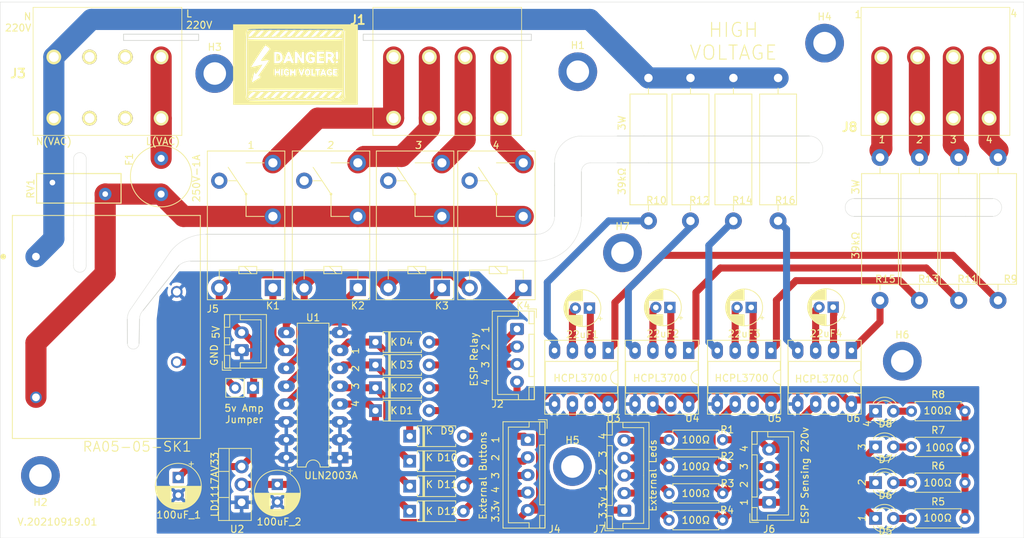
<source format=kicad_pcb>
(kicad_pcb (version 20171130) (host pcbnew "(5.1.6)-1")
  (layers (0 F.Cu signal) (31 B.Cu signal) (34 B.Paste user hide) (35 F.Paste user hide) (36 B.SilkS user) (37 F.SilkS user) (38 B.Mask user) (39 F.Mask user) (44 Edge.Cuts user))
  (net 0 "")
  (net 1 "220VAC(L)")
  (net 2 "220VAC(N)")
  (net 3 5V+)
  (net 4 3.3V+)
  (net 5 Sens4)
  (net 6 Sens3)
  (net 7 Sens2)
  (net 8 Sens1)
  (net 9 REO4)
  (net 10 REO3)
  (net 11 REO2)
  (net 12 REO1)
  (net 13 "Net-(22uF1-Pad2)")
  (net 14 "Net-(22uF1-Pad1)")
  (net 15 "Net-(22uF2-Pad2)")
  (net 16 "Net-(22uF2-Pad1)")
  (net 17 "Net-(22uF3-Pad2)")
  (net 18 "Net-(22uF3-Pad1)")
  (net 19 "Net-(22uF4-Pad2)")
  (net 20 "Net-(22uF4-Pad1)")
  (net 21 "GND(5V)")
  (net 22 REI1)
  (net 23 REI2)
  (net 24 REI3)
  (net 25 REI4)
  (net 26 "Net-(F1-Pad1)")
  (net 27 "Net-(R10-Pad2)")
  (net 28 EspSens1)
  (net 29 EspSens2)
  (net 30 EspSens3)
  (net 31 EspSens4)
  (net 32 EspRel1)
  (net 33 EspRel2)
  (net 34 EspRel3)
  (net 35 EspRel4)
  (net 36 "Net-(J7-Pad5)")
  (net 37 "Net-(J7-Pad4)")
  (net 38 "Net-(J7-Pad3)")
  (net 39 "Net-(J7-Pad2)")
  (net 40 "Net-(R9-Pad2)")
  (net 41 "Net-(D5-Pad2)")
  (net 42 "Net-(D6-Pad2)")
  (net 43 "Net-(D7-Pad2)")
  (net 44 "Net-(D8-Pad2)")
  (net 45 "Net-(R15-Pad2)")
  (net 46 "Net-(R16-Pad2)")
  (net 47 "Net-(R11-Pad1)")
  (net 48 "Net-(R12-Pad1)")
  (net 49 "Net-(R13-Pad2)")
  (net 50 "Net-(R14-Pad2)")
  (net 51 "Net-(D1-Pad2)")
  (net 52 "Net-(D2-Pad2)")
  (net 53 "Net-(D3-Pad2)")
  (net 54 "Net-(D4-Pad2)")
  (net 55 "Net-(D9-Pad2)")
  (net 56 "Net-(D10-Pad2)")
  (net 57 "Net-(D11-Pad2)")
  (net 58 "Net-(D12-Pad2)")
  (net 59 "Net-(H1-Pad1)")
  (net 60 "Net-(H2-Pad1)")
  (net 61 "Net-(H3-Pad1)")
  (net 62 "Net-(H4-Pad1)")
  (net 63 "Net-(H5-Pad1)")
  (net 64 "Net-(H6-Pad1)")
  (net 65 "Net-(J3-Pad3)")
  (net 66 "Net-(J3-Pad4)")
  (net 67 "Net-(J3-Pad5)")
  (net 68 "Net-(J3-Pad6)")
  (net 69 "Net-(K1-Pad4)")
  (net 70 "Net-(K2-Pad4)")
  (net 71 "Net-(K3-Pad4)")
  (net 72 "Net-(K4-Pad4)")
  (net 73 "Net-(U3-Pad7)")
  (net 74 "Net-(U4-Pad7)")
  (net 75 "Net-(U5-Pad7)")
  (net 76 "Net-(U6-Pad7)")
  (net 77 "Net-(H7-Pad1)")
  (net 78 "Net-(J9-Pad2)")
  (module Capacitor_THT:CP_Radial_D5.0mm_P2.00mm (layer F.Cu) (at 139.89812 54.81066 180)
    (fp_text reference 22uF4 (at 1 -3.75) (layer F.SilkS))
    (fp_text value CP_Small)
    (pad 2 thru_hole circle (at 2 0 180) (size 1.6 1.6) (drill 0.8) (layers *.Cu *.Mask) (net 19 "Net-(22uF4-Pad2)"))
    (pad 1 thru_hole rect (at 0 0 180) (size 1.6 1.6) (drill 0.8) (layers *.Cu *.Mask) (net 20 "Net-(22uF4-Pad1)"))
  )
  (module Capacitor_THT:CP_Radial_D5.0mm_P2.00mm (layer F.Cu) (at 128.2573 54.84368 180)
    (fp_text reference 22uF3 (at 1 -3.75) (layer F.SilkS))
    (fp_text value CP_Small)
    (pad 2 thru_hole circle (at 2 0 180) (size 1.6 1.6) (drill 0.8) (layers *.Cu *.Mask) (net 17 "Net-(22uF3-Pad2)"))
    (pad 1 thru_hole rect (at 0 0 180) (size 1.6 1.6) (drill 0.8) (layers *.Cu *.Mask) (net 18 "Net-(22uF3-Pad1)"))
  )
  (module Capacitor_THT:CP_Radial_D5.0mm_P2.00mm (layer F.Cu) (at 116.713 54.84368 180)
    (fp_text reference 22uF2 (at 1 -3.75) (layer F.SilkS))
    (fp_text value CP_Small)
    (pad 2 thru_hole circle (at 2 0 180) (size 1.6 1.6) (drill 0.8) (layers *.Cu *.Mask) (net 15 "Net-(22uF2-Pad2)"))
    (pad 1 thru_hole rect (at 0 0 180) (size 1.6 1.6) (drill 0.8) (layers *.Cu *.Mask) (net 16 "Net-(22uF2-Pad1)"))
  )
  (module Capacitor_THT:CP_Radial_D5.0mm_P2.00mm (layer F.Cu) (at 105.28656 54.94528 180)
    (fp_text reference 22uF1 (at 1 -3.75) (layer F.SilkS))
    (fp_text value CP_Small)
    (pad 2 thru_hole circle (at 2 0 180) (size 1.6 1.6) (drill 0.8) (layers *.Cu *.Mask) (net 13 "Net-(22uF1-Pad2)"))
    (pad 1 thru_hole rect (at 0 0 180) (size 1.6 1.6) (drill 0.8) (layers *.Cu *.Mask) (net 14 "Net-(22uF1-Pad1)"))
  )
  (module Connector_PinHeader_2.54mm:PinHeader_1x02_P2.54mm_Vertical (layer F.Cu) (at 57.5056 66.27114 270)
    (fp_text reference J9 hide)
    (fp_text value "Current Jumper" hide)
    (pad 2 thru_hole oval (at 0 2.54 270) (size 1.7 1.7) (drill 1) (layers *.Cu *.Mask) (net 78 "Net-(J9-Pad2)"))
    (pad 1 thru_hole rect (at 0 0 270) (size 1.7 1.7) (drill 1) (layers *.Cu *.Mask) (net 3 5V+))
  )
  (module MountingHole:MountingHole_3.2mm_M3_ISO14580_Pad (layer F.Cu) (at 109.97692 47.0789)
    (fp_text reference H7 (at 0 -3.75) (layer F.SilkS))
    (fp_text value MountingHole_Pad)
    (pad 1 thru_hole circle (at 0 0) (size 5.5 5.5) (drill 3.2) (layers *.Cu *.Mask) (net 77 "Net-(H7-Pad1)"))
  )
  (module Capacitor_THT:CP_Radial_D6.3mm_P2.50mm (layer F.Cu) (at 60.96 80.01 270)
    (fp_text reference 100uF_2 (at 5.31368 -0.23876 180) (layer F.SilkS))
    (fp_text value 100uF)
    (pad 2 thru_hole circle (at 2.5 0 270) (size 1.6 1.6) (drill 0.8) (layers *.Cu *.Mask) (net 21 "GND(5V)"))
    (pad 1 thru_hole rect (at 0 0 270) (size 1.6 1.6) (drill 0.8) (layers *.Cu *.Mask) (net 4 3.3V+))
  )
  (module Capacitor_THT:CP_Radial_D6.3mm_P2.50mm (layer F.Cu) (at 46.8884 79.02448 270)
    (fp_text reference 100uF_1 (at 5.31622 -0.05588 180) (layer F.SilkS))
    (fp_text value 100uF)
    (pad 2 thru_hole circle (at 2.5 0 270) (size 1.6 1.6) (drill 0.8) (layers *.Cu *.Mask) (net 21 "GND(5V)"))
    (pad 1 thru_hole rect (at 0 0 270) (size 1.6 1.6) (drill 0.8) (layers *.Cu *.Mask) (net 3 5V+))
  )
  (module icons:danger1_negative (layer F.Cu) (at 63.5 20.32)
    (fp_text reference G*** hide)
    (fp_text value LOGO hide)
  )
  (module Diode_THT:D_A-405_P7.62mm_Horizontal (layer F.Cu) (at 79.756 83.82)
    (fp_text reference D12 (at 5.334 0) (layer F.SilkS))
    (fp_text value D)
    (fp_text user K (at 2.794 0) (layer F.SilkS))
    (pad 2 thru_hole oval (at 7.62 0) (size 1.8 1.8) (drill 0.9) (layers *.Cu *.Mask) (net 58 "Net-(D12-Pad2)"))
    (pad 1 thru_hole rect (at 0 0) (size 1.8 1.8) (drill 0.9) (layers *.Cu *.Mask) (net 32 EspRel1))
  )
  (module Diode_THT:D_A-405_P7.62mm_Horizontal (layer F.Cu) (at 79.756 80.264)
    (fp_text reference D11 (at 5.334 -0.254) (layer F.SilkS))
    (fp_text value D)
    (fp_text user K (at 2.794 -0.254) (layer F.SilkS))
    (pad 2 thru_hole oval (at 7.62 0) (size 1.8 1.8) (drill 0.9) (layers *.Cu *.Mask) (net 57 "Net-(D11-Pad2)"))
    (pad 1 thru_hole rect (at 0 0) (size 1.8 1.8) (drill 0.9) (layers *.Cu *.Mask) (net 33 EspRel2))
  )
  (module Diode_THT:D_A-405_P7.62mm_Horizontal (layer F.Cu) (at 79.756 76.708)
    (fp_text reference D10 (at 5.334 -0.508) (layer F.SilkS))
    (fp_text value D)
    (fp_text user K (at 2.794 -0.508) (layer F.SilkS))
    (pad 2 thru_hole oval (at 7.62 0) (size 1.8 1.8) (drill 0.9) (layers *.Cu *.Mask) (net 56 "Net-(D10-Pad2)"))
    (pad 1 thru_hole rect (at 0 0) (size 1.8 1.8) (drill 0.9) (layers *.Cu *.Mask) (net 34 EspRel3))
  )
  (module Diode_THT:D_A-405_P7.62mm_Horizontal (layer F.Cu) (at 79.756 73.152)
    (fp_text reference D9 (at 5.334 -0.762) (layer F.SilkS))
    (fp_text value D)
    (fp_text user K (at 2.794 -0.762) (layer F.SilkS))
    (pad 2 thru_hole oval (at 7.62 0) (size 1.8 1.8) (drill 0.9) (layers *.Cu *.Mask) (net 55 "Net-(D9-Pad2)"))
    (pad 1 thru_hole rect (at 0 0) (size 1.8 1.8) (drill 0.9) (layers *.Cu *.Mask) (net 35 EspRel4))
  )
  (module Diode_THT:D_A-405_P7.62mm_Horizontal (layer F.Cu) (at 74.894 59.77)
    (fp_text reference D4 (at 4.37 0) (layer F.SilkS))
    (fp_text value D)
    (fp_text user K (at 2.62 0) (layer F.SilkS))
    (pad 2 thru_hole oval (at 7.62 0) (size 1.8 1.8) (drill 0.9) (layers *.Cu *.Mask) (net 54 "Net-(D4-Pad2)"))
    (pad 1 thru_hole rect (at 0 0) (size 1.8 1.8) (drill 0.9) (layers *.Cu *.Mask) (net 35 EspRel4))
  )
  (module Diode_THT:D_A-405_P7.62mm_Horizontal (layer F.Cu) (at 74.894 63.02)
    (fp_text reference D3 (at 4.37 0) (layer F.SilkS))
    (fp_text value D)
    (fp_text user K (at 2.62 0) (layer F.SilkS))
    (pad 2 thru_hole oval (at 7.62 0) (size 1.8 1.8) (drill 0.9) (layers *.Cu *.Mask) (net 53 "Net-(D3-Pad2)"))
    (pad 1 thru_hole rect (at 0 0) (size 1.8 1.8) (drill 0.9) (layers *.Cu *.Mask) (net 34 EspRel3))
  )
  (module Diode_THT:D_A-405_P7.62mm_Horizontal (layer F.Cu) (at 74.894 66.27)
    (fp_text reference D2 (at 4.37 0) (layer F.SilkS))
    (fp_text value D)
    (fp_text user K (at 2.62 0) (layer F.SilkS))
    (pad 2 thru_hole oval (at 7.62 0) (size 1.8 1.8) (drill 0.9) (layers *.Cu *.Mask) (net 52 "Net-(D2-Pad2)"))
    (pad 1 thru_hole rect (at 0 0) (size 1.8 1.8) (drill 0.9) (layers *.Cu *.Mask) (net 33 EspRel2))
  )
  (module Diode_THT:D_A-405_P7.62mm_Horizontal (layer F.Cu) (at 74.894 69.52)
    (fp_text reference D1 (at 4.37 0) (layer F.SilkS))
    (fp_text value D)
    (fp_text user K (at 2.62 0) (layer F.SilkS))
    (pad 2 thru_hole oval (at 7.62 0) (size 1.8 1.8) (drill 0.9) (layers *.Cu *.Mask) (net 51 "Net-(D1-Pad2)"))
    (pad 1 thru_hole rect (at 0 0) (size 1.8 1.8) (drill 0.9) (layers *.Cu *.Mask) (net 32 EspRel1))
  )
  (module Varistor:RV_Disc_D12mm_W4.2mm_P7.5mm (layer F.Cu) (at 29.01 37.09667)
    (fp_text reference RV1 (at -3.09 0.86333 90) (layer F.SilkS))
    (fp_text value Varistor250v)
    (pad 2 thru_hole circle (at 7.5 1.63333) (size 1.8 1.8) (drill 0.8) (layers *.Cu *.Mask) (net 1 "220VAC(L)"))
    (pad 1 thru_hole circle (at 0 0) (size 1.8 1.8) (drill 0.8) (layers *.Cu *.Mask) (net 2 "220VAC(N)"))
  )
  (module Phoenix_Conn:1017505 (layer F.Cu) (at 44.45 27.94 180)
    (fp_text reference J3 (at 20.32 6.35) (layer F.SilkS) (effects (font (size 1.27 1.27) (thickness 0.254))))
    (fp_text value 1017505 hide)
    (pad 1 thru_hole circle (at 0 0 270) (size 2.1 2.1) (drill 1.4) (layers *.Cu *.Mask F.SilkS) (net 26 "Net-(F1-Pad1)"))
    (pad 2 thru_hole circle (at 0 8.7 270) (size 2.1 2.1) (drill 1.4) (layers *.Cu *.Mask F.SilkS) (net 26 "Net-(F1-Pad1)"))
    (pad 3 thru_hole circle (at 5.08 0 270) (size 2.1 2.1) (drill 1.4) (layers *.Cu *.Mask F.SilkS) (net 65 "Net-(J3-Pad3)"))
    (pad 4 thru_hole circle (at 5.08 8.7 270) (size 2.1 2.1) (drill 1.4) (layers *.Cu *.Mask F.SilkS) (net 66 "Net-(J3-Pad4)"))
    (pad 5 thru_hole circle (at 10.16 0 270) (size 2.1 2.1) (drill 1.4) (layers *.Cu *.Mask F.SilkS) (net 67 "Net-(J3-Pad5)"))
    (pad 6 thru_hole circle (at 10.16 8.7 270) (size 2.1 2.1) (drill 1.4) (layers *.Cu *.Mask F.SilkS) (net 68 "Net-(J3-Pad6)"))
    (pad 7 thru_hole circle (at 15.24 0 270) (size 2.1 2.1) (drill 1.4) (layers *.Cu *.Mask F.SilkS) (net 2 "220VAC(N)"))
    (pad 8 thru_hole circle (at 15.24 8.7 270) (size 2.1 2.1) (drill 1.4) (layers *.Cu *.Mask F.SilkS) (net 2 "220VAC(N)"))
  )
  (module MountingHole:MountingHole_3.2mm_M3_ISO14580_Pad (layer F.Cu) (at 52.07 21.59)
    (fp_text reference H3 (at 0 -3.75) (layer F.SilkS))
    (fp_text value MountingHole_Pad)
    (pad 1 thru_hole circle (at 0 0) (size 5.5 5.5) (drill 3.2) (layers *.Cu *.Mask) (net 61 "Net-(H3-Pad1)"))
  )
  (module Relay_THT:Relay_SPDT_Omron-G5Q-1 (layer F.Cu) (at 84.328 52.07 90)
    (fp_text reference K3 (at -2.54 0) (layer F.SilkS))
    (fp_text value G5Q-1)
    (pad 1 thru_hole rect (at 0 0 270) (size 2.3 2.3) (drill 1.3) (layers *.Cu *.Mask) (net 24 REI3))
    (pad 2 thru_hole circle (at 10.16 0 270) (size 2.3 2.3) (drill 1.3) (layers *.Cu *.Mask) (net 1 "220VAC(L)"))
    (pad 3 thru_hole circle (at 17.78 0 270) (size 2.3 2.3) (drill 1.3) (layers *.Cu *.Mask) (net 10 REO3))
    (pad 4 thru_hole circle (at 15.24 -7.62 270) (size 2.3 2.3) (drill 1.3) (layers *.Cu *.Mask) (net 71 "Net-(K3-Pad4)"))
    (pad 5 thru_hole circle (at 0 -7.62 270) (size 2.3 2.3) (drill 1.3) (layers *.Cu *.Mask) (net 3 5V+))
  )
  (module Resistor_THT:R_Axial_DIN0516_L15.5mm_D5.0mm_P20.32mm_Horizontal (layer F.Cu) (at 132.08 22.225 270)
    (fp_text reference R16 (at 17.399 -1.016 180) (layer F.SilkS))
    (fp_text value 39k2w)
    (pad 2 thru_hole oval (at 20.32 0 270) (size 2.4 2.4) (drill 1.2) (layers *.Cu *.Mask) (net 46 "Net-(R16-Pad2)"))
    (pad 1 thru_hole circle (at 0 0 270) (size 2.4 2.4) (drill 1.2) (layers *.Cu *.Mask) (net 2 "220VAC(N)"))
  )
  (module Resistor_THT:R_Axial_DIN0516_L15.5mm_D5.0mm_P20.32mm_Horizontal (layer F.Cu) (at 125.73 22.225 270)
    (fp_text reference R14 (at 17.399 -1.27 180) (layer F.SilkS))
    (fp_text value 39k2w)
    (pad 2 thru_hole oval (at 20.32 0 270) (size 2.4 2.4) (drill 1.2) (layers *.Cu *.Mask) (net 50 "Net-(R14-Pad2)"))
    (pad 1 thru_hole circle (at 0 0 270) (size 2.4 2.4) (drill 1.2) (layers *.Cu *.Mask) (net 2 "220VAC(N)"))
  )
  (module Package_DIP:DIP-16_W7.62mm_LongPads (layer F.Cu) (at 69.85 76.2 180)
    (fp_text reference U1 (at 3.81 19.9) (layer F.SilkS))
    (fp_text value ULN2003A)
    (pad 1 thru_hole rect (at 0 0 180) (size 2.4 1.6) (drill 0.8) (layers *.Cu *.Mask) (net 21 "GND(5V)"))
    (pad 9 thru_hole oval (at 7.62 17.78 180) (size 2.4 1.6) (drill 0.8) (layers *.Cu *.Mask) (net 3 5V+))
    (pad 2 thru_hole oval (at 0 2.54 180) (size 2.4 1.6) (drill 0.8) (layers *.Cu *.Mask) (net 21 "GND(5V)"))
    (pad 10 thru_hole oval (at 7.62 15.24 180) (size 2.4 1.6) (drill 0.8) (layers *.Cu *.Mask) (net 22 REI1))
    (pad 3 thru_hole oval (at 0 5.08 180) (size 2.4 1.6) (drill 0.8) (layers *.Cu *.Mask) (net 21 "GND(5V)"))
    (pad 11 thru_hole oval (at 7.62 12.7 180) (size 2.4 1.6) (drill 0.8) (layers *.Cu *.Mask) (net 23 REI2))
    (pad 4 thru_hole oval (at 0 7.62 180) (size 2.4 1.6) (drill 0.8) (layers *.Cu *.Mask) (net 32 EspRel1))
    (pad 12 thru_hole oval (at 7.62 10.16 180) (size 2.4 1.6) (drill 0.8) (layers *.Cu *.Mask) (net 24 REI3))
    (pad 5 thru_hole oval (at 0 10.16 180) (size 2.4 1.6) (drill 0.8) (layers *.Cu *.Mask) (net 33 EspRel2))
    (pad 13 thru_hole oval (at 7.62 7.62 180) (size 2.4 1.6) (drill 0.8) (layers *.Cu *.Mask) (net 25 REI4))
    (pad 6 thru_hole oval (at 0 12.7 180) (size 2.4 1.6) (drill 0.8) (layers *.Cu *.Mask) (net 34 EspRel3))
    (pad 14 thru_hole oval (at 7.62 5.08 180) (size 2.4 1.6) (drill 0.8) (layers *.Cu *.Mask) (net 21 "GND(5V)"))
    (pad 7 thru_hole oval (at 0 15.24 180) (size 2.4 1.6) (drill 0.8) (layers *.Cu *.Mask) (net 35 EspRel4))
    (pad 15 thru_hole oval (at 7.62 2.54 180) (size 2.4 1.6) (drill 0.8) (layers *.Cu *.Mask) (net 21 "GND(5V)"))
    (pad 8 thru_hole oval (at 0 17.78 180) (size 2.4 1.6) (drill 0.8) (layers *.Cu *.Mask) (net 21 "GND(5V)"))
    (pad 16 thru_hole oval (at 7.62 0 180) (size 2.4 1.6) (drill 0.8) (layers *.Cu *.Mask) (net 21 "GND(5V)"))
  )
  (module Connector_JST:JST_XH_B4B-XH-A_1x04_P2.50mm_Vertical (layer F.Cu) (at 94.996 57.912 270)
    (fp_text reference J2 (at 10.668 2.75 180) (layer F.SilkS))
    (fp_text value Conn-ESP-Relays)
    (pad 4 thru_hole oval (at 7.5 0 270) (size 1.7 1.95) (drill 0.95) (layers *.Cu *.Mask) (net 51 "Net-(D1-Pad2)"))
    (pad 3 thru_hole oval (at 5 0 270) (size 1.7 1.95) (drill 0.95) (layers *.Cu *.Mask) (net 52 "Net-(D2-Pad2)"))
    (pad 2 thru_hole oval (at 2.5 0 270) (size 1.7 1.95) (drill 0.95) (layers *.Cu *.Mask) (net 53 "Net-(D3-Pad2)"))
    (pad 1 thru_hole roundrect (at 0 0 270) (size 1.7 1.95) (drill 0.95) (layers *.Cu *.Mask) (roundrect_rratio 0.147059) (net 54 "Net-(D4-Pad2)"))
  )
  (module Connector_JST:JST_XH_B5B-XH-A_1x05_P2.50mm_Vertical (layer F.Cu) (at 110.236 83.74 90)
    (fp_text reference J7 (at -2.62 -3.556 180) (layer F.SilkS))
    (fp_text value Conn-LedIndicators)
    (pad 5 thru_hole oval (at 10 0 90) (size 1.7 1.95) (drill 0.95) (layers *.Cu *.Mask) (net 36 "Net-(J7-Pad5)"))
    (pad 4 thru_hole oval (at 7.5 0 90) (size 1.7 1.95) (drill 0.95) (layers *.Cu *.Mask) (net 37 "Net-(J7-Pad4)"))
    (pad 3 thru_hole oval (at 5 0 90) (size 1.7 1.95) (drill 0.95) (layers *.Cu *.Mask) (net 38 "Net-(J7-Pad3)"))
    (pad 2 thru_hole oval (at 2.5 0 90) (size 1.7 1.95) (drill 0.95) (layers *.Cu *.Mask) (net 39 "Net-(J7-Pad2)"))
    (pad 1 thru_hole roundrect (at 0 0 90) (size 1.7 1.95) (drill 0.95) (layers *.Cu *.Mask) (roundrect_rratio 0.147059) (net 4 3.3V+))
  )
  (module Package_DIP:DIP-8_W7.62mm_Socket_LongPads (layer F.Cu) (at 119.38 60.96 270)
    (fp_text reference U4 (at 9.652 -0.508 180) (layer F.SilkS))
    (fp_text value HCPL3700)
    (pad 1 thru_hole rect (at 0 0 270) (size 2.4 1.6) (drill 0.8) (layers *.Cu *.Mask) (net 47 "Net-(R11-Pad1)"))
    (pad 5 thru_hole oval (at 7.62 7.62 270) (size 2.4 1.6) (drill 0.8) (layers *.Cu *.Mask) (net 21 "GND(5V)"))
    (pad 2 thru_hole oval (at 0 2.54 270) (size 2.4 1.6) (drill 0.8) (layers *.Cu *.Mask) (net 16 "Net-(22uF2-Pad1)"))
    (pad 6 thru_hole oval (at 7.62 5.08 270) (size 2.4 1.6) (drill 0.8) (layers *.Cu *.Mask) (net 30 EspSens3))
    (pad 3 thru_hole oval (at 0 5.08 270) (size 2.4 1.6) (drill 0.8) (layers *.Cu *.Mask) (net 15 "Net-(22uF2-Pad2)"))
    (pad 7 thru_hole oval (at 7.62 2.54 270) (size 2.4 1.6) (drill 0.8) (layers *.Cu *.Mask) (net 74 "Net-(U4-Pad7)"))
    (pad 4 thru_hole oval (at 0 7.62 270) (size 2.4 1.6) (drill 0.8) (layers *.Cu *.Mask) (net 48 "Net-(R12-Pad1)"))
    (pad 8 thru_hole oval (at 7.62 0 270) (size 2.4 1.6) (drill 0.8) (layers *.Cu *.Mask) (net 4 3.3V+))
  )
  (module Package_DIP:DIP-8_W7.62mm_Socket_LongPads (layer F.Cu) (at 142.494 60.96 270)
    (fp_text reference U6 (at 9.652 -0.254 180) (layer F.SilkS))
    (fp_text value HCPL3700)
    (pad 1 thru_hole rect (at 0 0 270) (size 2.4 1.6) (drill 0.8) (layers *.Cu *.Mask) (net 45 "Net-(R15-Pad2)"))
    (pad 5 thru_hole oval (at 7.62 7.62 270) (size 2.4 1.6) (drill 0.8) (layers *.Cu *.Mask) (net 21 "GND(5V)"))
    (pad 2 thru_hole oval (at 0 2.54 270) (size 2.4 1.6) (drill 0.8) (layers *.Cu *.Mask) (net 20 "Net-(22uF4-Pad1)"))
    (pad 6 thru_hole oval (at 7.62 5.08 270) (size 2.4 1.6) (drill 0.8) (layers *.Cu *.Mask) (net 28 EspSens1))
    (pad 3 thru_hole oval (at 0 5.08 270) (size 2.4 1.6) (drill 0.8) (layers *.Cu *.Mask) (net 19 "Net-(22uF4-Pad2)"))
    (pad 7 thru_hole oval (at 7.62 2.54 270) (size 2.4 1.6) (drill 0.8) (layers *.Cu *.Mask) (net 76 "Net-(U6-Pad7)"))
    (pad 4 thru_hole oval (at 0 7.62 270) (size 2.4 1.6) (drill 0.8) (layers *.Cu *.Mask) (net 46 "Net-(R16-Pad2)"))
    (pad 8 thru_hole oval (at 7.62 0 270) (size 2.4 1.6) (drill 0.8) (layers *.Cu *.Mask) (net 4 3.3V+))
  )
  (module Package_DIP:DIP-8_W7.62mm_Socket_LongPads (layer F.Cu) (at 131.064 60.96 270)
    (fp_text reference U5 (at 9.652 -0.508 180) (layer F.SilkS))
    (fp_text value HCPL3700)
    (pad 1 thru_hole rect (at 0 0 270) (size 2.4 1.6) (drill 0.8) (layers *.Cu *.Mask) (net 49 "Net-(R13-Pad2)"))
    (pad 5 thru_hole oval (at 7.62 7.62 270) (size 2.4 1.6) (drill 0.8) (layers *.Cu *.Mask) (net 21 "GND(5V)"))
    (pad 2 thru_hole oval (at 0 2.54 270) (size 2.4 1.6) (drill 0.8) (layers *.Cu *.Mask) (net 18 "Net-(22uF3-Pad1)"))
    (pad 6 thru_hole oval (at 7.62 5.08 270) (size 2.4 1.6) (drill 0.8) (layers *.Cu *.Mask) (net 29 EspSens2))
    (pad 3 thru_hole oval (at 0 5.08 270) (size 2.4 1.6) (drill 0.8) (layers *.Cu *.Mask) (net 17 "Net-(22uF3-Pad2)"))
    (pad 7 thru_hole oval (at 7.62 2.54 270) (size 2.4 1.6) (drill 0.8) (layers *.Cu *.Mask) (net 75 "Net-(U5-Pad7)"))
    (pad 4 thru_hole oval (at 0 7.62 270) (size 2.4 1.6) (drill 0.8) (layers *.Cu *.Mask) (net 50 "Net-(R14-Pad2)"))
    (pad 8 thru_hole oval (at 7.62 0 270) (size 2.4 1.6) (drill 0.8) (layers *.Cu *.Mask) (net 4 3.3V+))
  )
  (module Package_DIP:DIP-8_W7.62mm_Socket_LongPads (layer F.Cu) (at 107.95 60.96 270)
    (fp_text reference U3 (at 9.652 -0.762 180) (layer F.SilkS))
    (fp_text value HCPL3700)
    (pad 1 thru_hole rect (at 0 0 270) (size 2.4 1.6) (drill 0.8) (layers *.Cu *.Mask) (net 40 "Net-(R9-Pad2)"))
    (pad 5 thru_hole oval (at 7.62 7.62 270) (size 2.4 1.6) (drill 0.8) (layers *.Cu *.Mask) (net 21 "GND(5V)"))
    (pad 2 thru_hole oval (at 0 2.54 270) (size 2.4 1.6) (drill 0.8) (layers *.Cu *.Mask) (net 14 "Net-(22uF1-Pad1)"))
    (pad 6 thru_hole oval (at 7.62 5.08 270) (size 2.4 1.6) (drill 0.8) (layers *.Cu *.Mask) (net 31 EspSens4))
    (pad 3 thru_hole oval (at 0 5.08 270) (size 2.4 1.6) (drill 0.8) (layers *.Cu *.Mask) (net 13 "Net-(22uF1-Pad2)"))
    (pad 7 thru_hole oval (at 7.62 2.54 270) (size 2.4 1.6) (drill 0.8) (layers *.Cu *.Mask) (net 73 "Net-(U3-Pad7)"))
    (pad 4 thru_hole oval (at 0 7.62 270) (size 2.4 1.6) (drill 0.8) (layers *.Cu *.Mask) (net 27 "Net-(R10-Pad2)"))
    (pad 8 thru_hole oval (at 7.62 0 270) (size 2.4 1.6) (drill 0.8) (layers *.Cu *.Mask) (net 4 3.3V+))
  )
  (module Package_TO_SOT_THT:TO-220-3_Vertical (layer F.Cu) (at 55.88 82.55 90)
    (fp_text reference U2 (at -3.81 -0.635 180) (layer F.SilkS))
    (fp_text value LD1117S33TR_SOT223)
    (pad 3 thru_hole oval (at 5.08 0 90) (size 1.905 2) (drill 1.1) (layers *.Cu *.Mask) (net 3 5V+))
    (pad 2 thru_hole oval (at 2.54 0 90) (size 1.905 2) (drill 1.1) (layers *.Cu *.Mask) (net 4 3.3V+))
    (pad 1 thru_hole rect (at 0 0 90) (size 1.905 2) (drill 1.1) (layers *.Cu *.Mask) (net 21 "GND(5V)"))
  )
  (module Resistor_THT:R_Axial_DIN0207_L6.3mm_D2.5mm_P7.62mm_Horizontal (layer F.Cu) (at 151.003 84.836)
    (fp_text reference R5 (at 3.81 -2.37) (layer F.SilkS))
    (fp_text value 100)
    (pad 2 thru_hole oval (at 7.62 0) (size 1.6 1.6) (drill 0.8) (layers *.Cu *.Mask) (net 4 3.3V+))
    (pad 1 thru_hole circle (at 0 0) (size 1.6 1.6) (drill 0.8) (layers *.Cu *.Mask) (net 41 "Net-(D5-Pad2)"))
  )
  (module Resistor_THT:R_Axial_DIN0207_L6.3mm_D2.5mm_P7.62mm_Horizontal (layer F.Cu) (at 151.003 79.756)
    (fp_text reference R6 (at 3.81 -2.37) (layer F.SilkS))
    (fp_text value 100)
    (pad 2 thru_hole oval (at 7.62 0) (size 1.6 1.6) (drill 0.8) (layers *.Cu *.Mask) (net 4 3.3V+))
    (pad 1 thru_hole circle (at 0 0) (size 1.6 1.6) (drill 0.8) (layers *.Cu *.Mask) (net 42 "Net-(D6-Pad2)"))
  )
  (module Resistor_THT:R_Axial_DIN0207_L6.3mm_D2.5mm_P7.62mm_Horizontal (layer F.Cu) (at 151.003 74.676)
    (fp_text reference R7 (at 3.81 -2.37) (layer F.SilkS))
    (fp_text value 100)
    (pad 2 thru_hole oval (at 7.62 0) (size 1.6 1.6) (drill 0.8) (layers *.Cu *.Mask) (net 4 3.3V+))
    (pad 1 thru_hole circle (at 0 0) (size 1.6 1.6) (drill 0.8) (layers *.Cu *.Mask) (net 43 "Net-(D7-Pad2)"))
  )
  (module Resistor_THT:R_Axial_DIN0207_L6.3mm_D2.5mm_P7.62mm_Horizontal (layer F.Cu) (at 124.206 85.09 180)
    (fp_text reference R4 (at -0.61468 1.42494) (layer F.SilkS))
    (fp_text value 100)
    (pad 2 thru_hole oval (at 7.62 0 180) (size 1.6 1.6) (drill 0.8) (layers *.Cu *.Mask) (net 39 "Net-(J7-Pad2)"))
    (pad 1 thru_hole circle (at 0 0 180) (size 1.6 1.6) (drill 0.8) (layers *.Cu *.Mask) (net 31 EspSens4))
  )
  (module Resistor_THT:R_Axial_DIN0207_L6.3mm_D2.5mm_P7.62mm_Horizontal (layer F.Cu) (at 124.206 81.28 180)
    (fp_text reference R3 (at -0.68326 1.41224) (layer F.SilkS))
    (fp_text value 100)
    (pad 2 thru_hole oval (at 7.62 0 180) (size 1.6 1.6) (drill 0.8) (layers *.Cu *.Mask) (net 38 "Net-(J7-Pad3)"))
    (pad 1 thru_hole circle (at 0 0 180) (size 1.6 1.6) (drill 0.8) (layers *.Cu *.Mask) (net 30 EspSens3))
  )
  (module Resistor_THT:R_Axial_DIN0207_L6.3mm_D2.5mm_P7.62mm_Horizontal (layer F.Cu) (at 124.206 77.47 180)
    (fp_text reference R2 (at -0.66548 1.46812) (layer F.SilkS))
    (fp_text value 100)
    (pad 2 thru_hole oval (at 7.62 0 180) (size 1.6 1.6) (drill 0.8) (layers *.Cu *.Mask) (net 37 "Net-(J7-Pad4)"))
    (pad 1 thru_hole circle (at 0 0 180) (size 1.6 1.6) (drill 0.8) (layers *.Cu *.Mask) (net 29 EspSens2))
  )
  (module Resistor_THT:R_Axial_DIN0207_L6.3mm_D2.5mm_P7.62mm_Horizontal (layer F.Cu) (at 124.206 73.66 180)
    (fp_text reference R1 (at -0.6477 1.43764) (layer F.SilkS))
    (fp_text value 100)
    (pad 2 thru_hole oval (at 7.62 0 180) (size 1.6 1.6) (drill 0.8) (layers *.Cu *.Mask) (net 36 "Net-(J7-Pad5)"))
    (pad 1 thru_hole circle (at 0 0 180) (size 1.6 1.6) (drill 0.8) (layers *.Cu *.Mask) (net 28 EspSens1))
  )
  (module Resistor_THT:R_Axial_DIN0207_L6.3mm_D2.5mm_P7.62mm_Horizontal (layer F.Cu) (at 151.003 69.596)
    (fp_text reference R8 (at 3.81 -2.37) (layer F.SilkS))
    (fp_text value 100)
    (pad 2 thru_hole oval (at 7.62 0) (size 1.6 1.6) (drill 0.8) (layers *.Cu *.Mask) (net 4 3.3V+))
    (pad 1 thru_hole circle (at 0 0) (size 1.6 1.6) (drill 0.8) (layers *.Cu *.Mask) (net 44 "Net-(D8-Pad2)"))
  )
  (module Connector_JST:JST_XH_B5B-XH-A_1x05_P2.50mm_Vertical (layer F.Cu) (at 96.52 73.66 270)
    (fp_text reference J4 (at 12.7 -3.81 180) (layer F.SilkS))
    (fp_text value Conn-Buttons)
    (pad 5 thru_hole oval (at 10 0 270) (size 1.7 1.95) (drill 0.95) (layers *.Cu *.Mask) (net 4 3.3V+))
    (pad 4 thru_hole oval (at 7.5 0 270) (size 1.7 1.95) (drill 0.95) (layers *.Cu *.Mask) (net 58 "Net-(D12-Pad2)"))
    (pad 3 thru_hole oval (at 5 0 270) (size 1.7 1.95) (drill 0.95) (layers *.Cu *.Mask) (net 57 "Net-(D11-Pad2)"))
    (pad 2 thru_hole oval (at 2.5 0 270) (size 1.7 1.95) (drill 0.95) (layers *.Cu *.Mask) (net 56 "Net-(D10-Pad2)"))
    (pad 1 thru_hole roundrect (at 0 0 270) (size 1.7 1.95) (drill 0.95) (layers *.Cu *.Mask) (roundrect_rratio 0.147059) (net 55 "Net-(D9-Pad2)"))
  )
  (module LED_THT:LED_D3.0mm (layer F.Cu) (at 145.923 84.836)
    (fp_text reference D5 (at 1.397 1.778) (layer F.SilkS))
    (fp_text value LED)
    (pad 2 thru_hole circle (at 2.54 0) (size 1.8 1.8) (drill 0.9) (layers *.Cu *.Mask) (net 41 "Net-(D5-Pad2)"))
    (pad 1 thru_hole rect (at 0 0) (size 1.8 1.8) (drill 0.9) (layers *.Cu *.Mask) (net 31 EspSens4))
  )
  (module LED_THT:LED_D3.0mm (layer F.Cu) (at 145.923 79.756)
    (fp_text reference D6 (at 1.397 1.778) (layer F.SilkS))
    (fp_text value LED)
    (pad 2 thru_hole circle (at 2.54 0) (size 1.8 1.8) (drill 0.9) (layers *.Cu *.Mask) (net 42 "Net-(D6-Pad2)"))
    (pad 1 thru_hole rect (at 0 0) (size 1.8 1.8) (drill 0.9) (layers *.Cu *.Mask) (net 30 EspSens3))
  )
  (module LED_THT:LED_D3.0mm (layer F.Cu) (at 145.923 74.676)
    (fp_text reference D7 (at 1.397 1.778) (layer F.SilkS))
    (fp_text value LED)
    (pad 2 thru_hole circle (at 2.54 0) (size 1.8 1.8) (drill 0.9) (layers *.Cu *.Mask) (net 43 "Net-(D7-Pad2)"))
    (pad 1 thru_hole rect (at 0 0) (size 1.8 1.8) (drill 0.9) (layers *.Cu *.Mask) (net 29 EspSens2))
  )
  (module LED_THT:LED_D3.0mm (layer F.Cu) (at 145.923 69.596)
    (fp_text reference D8 (at 1.397 1.778) (layer F.SilkS))
    (fp_text value LED)
    (pad 2 thru_hole circle (at 2.54 0) (size 1.8 1.8) (drill 0.9) (layers *.Cu *.Mask) (net 44 "Net-(D8-Pad2)"))
    (pad 1 thru_hole rect (at 0 0) (size 1.8 1.8) (drill 0.9) (layers *.Cu *.Mask) (net 28 EspSens1))
  )
  (module Connector_JST:JST_XH_B4B-XH-A_1x04_P2.50mm_Vertical (layer F.Cu) (at 130.81 82.55 90)
    (fp_text reference J6 (at -3.81 0 180) (layer F.SilkS))
    (fp_text value Conn-Esp-Sensors)
    (pad 4 thru_hole oval (at 7.5 0 90) (size 1.7 1.95) (drill 0.95) (layers *.Cu *.Mask) (net 28 EspSens1))
    (pad 3 thru_hole oval (at 5 0 90) (size 1.7 1.95) (drill 0.95) (layers *.Cu *.Mask) (net 29 EspSens2))
    (pad 2 thru_hole oval (at 2.5 0 90) (size 1.7 1.95) (drill 0.95) (layers *.Cu *.Mask) (net 30 EspSens3))
    (pad 1 thru_hole roundrect (at 0 0 90) (size 1.7 1.95) (drill 0.95) (layers *.Cu *.Mask) (roundrect_rratio 0.147059) (net 31 EspSens4))
  )
  (module Connector_JST:JST_XH_B2B-XH-A_1x02_P2.50mm_Vertical (layer F.Cu) (at 55.8927 60.91238 90)
    (fp_text reference J5 (at 5.86296 -4.10718 180) (layer F.SilkS))
    (fp_text value Conn_01x02)
    (pad 2 thru_hole oval (at 2.5 0 90) (size 1.7 2) (drill 1) (layers *.Cu *.Mask) (net 3 5V+))
    (pad 1 thru_hole roundrect (at 0 0 90) (size 1.7 2) (drill 1) (layers *.Cu *.Mask) (roundrect_rratio 0.147059) (net 21 "GND(5V)"))
  )
  (module Resistor_THT:R_Axial_DIN0516_L15.5mm_D5.0mm_P20.32mm_Horizontal (layer F.Cu) (at 163.322 33.528 270)
    (fp_text reference R9 (at 17.272 -1.778 180) (layer F.SilkS))
    (fp_text value 39k2w)
    (pad 2 thru_hole oval (at 20.32 0 270) (size 2.4 2.4) (drill 1.2) (layers *.Cu *.Mask) (net 40 "Net-(R9-Pad2)"))
    (pad 1 thru_hole circle (at 0 0 270) (size 2.4 2.4) (drill 1.2) (layers *.Cu *.Mask) (net 5 Sens4))
  )
  (module Resistor_THT:R_Axial_DIN0516_L15.5mm_D5.0mm_P20.32mm_Horizontal (layer F.Cu) (at 113.665 22.225 270)
    (fp_text reference R10 (at 17.399 -1.143 180) (layer F.SilkS))
    (fp_text value 39k2w)
    (pad 2 thru_hole oval (at 20.32 0 270) (size 2.4 2.4) (drill 1.2) (layers *.Cu *.Mask) (net 27 "Net-(R10-Pad2)"))
    (pad 1 thru_hole circle (at 0 0 270) (size 2.4 2.4) (drill 1.2) (layers *.Cu *.Mask) (net 2 "220VAC(N)"))
  )
  (module Resistor_THT:R_Axial_DIN0516_L15.5mm_D5.0mm_P20.32mm_Horizontal (layer F.Cu) (at 157.734 53.848 90)
    (fp_text reference R11 (at 3.048 1.27 180) (layer F.SilkS))
    (fp_text value 39k2w)
    (pad 2 thru_hole oval (at 20.32 0 90) (size 2.4 2.4) (drill 1.2) (layers *.Cu *.Mask) (net 6 Sens3))
    (pad 1 thru_hole circle (at 0 0 90) (size 2.4 2.4) (drill 1.2) (layers *.Cu *.Mask) (net 47 "Net-(R11-Pad1)"))
  )
  (module Resistor_THT:R_Axial_DIN0516_L15.5mm_D5.0mm_P20.32mm_Horizontal (layer F.Cu) (at 119.634 42.545 90)
    (fp_text reference R12 (at 2.921 1.27 180) (layer F.SilkS))
    (fp_text value 39k2w)
    (pad 2 thru_hole oval (at 20.32 0 90) (size 2.4 2.4) (drill 1.2) (layers *.Cu *.Mask) (net 2 "220VAC(N)"))
    (pad 1 thru_hole circle (at 0 0 90) (size 2.4 2.4) (drill 1.2) (layers *.Cu *.Mask) (net 48 "Net-(R12-Pad1)"))
  )
  (module Resistor_THT:R_Axial_DIN0516_L15.5mm_D5.0mm_P20.32mm_Horizontal (layer F.Cu) (at 146.558 33.528 270)
    (fp_text reference R15 (at 17.272 -0.762 180) (layer F.SilkS))
    (fp_text value 39k2w)
    (pad 2 thru_hole oval (at 20.32 0 270) (size 2.4 2.4) (drill 1.2) (layers *.Cu *.Mask) (net 45 "Net-(R15-Pad2)"))
    (pad 1 thru_hole circle (at 0 0 270) (size 2.4 2.4) (drill 1.2) (layers *.Cu *.Mask) (net 7 Sens2))
  )
  (module Resistor_THT:R_Axial_DIN0516_L15.5mm_D5.0mm_P20.32mm_Horizontal (layer F.Cu) (at 152.146 33.528 270)
    (fp_text reference R13 (at 17.272 -1.27 180) (layer F.SilkS))
    (fp_text value 39k2w)
    (pad 2 thru_hole oval (at 20.32 0 270) (size 2.4 2.4) (drill 1.2) (layers *.Cu *.Mask) (net 49 "Net-(R13-Pad2)"))
    (pad 1 thru_hole circle (at 0 0 270) (size 2.4 2.4) (drill 1.2) (layers *.Cu *.Mask) (net 8 Sens1))
  )
  (module rac05-05sk:277 (layer F.Cu) (at 36.67 57.625)
    (fp_text reference RA05-05-SK1 (at 4.37 17.018) (layer F.SilkS) (effects (font (size 1.4 1.4))))
    (fp_text value RAC05-05SK_277)
    (pad 1 thru_hole rect (at -10 -10) (size 1.65 1.65) (drill 1.1) (layers *.Cu *.Mask) (net 2 "220VAC(N)"))
    (pad 5 thru_hole circle (at -10 10) (size 1.65 1.65) (drill 1.1) (layers *.Cu *.Mask) (net 1 "220VAC(L)"))
    (pad 7 thru_hole circle (at 10 5) (size 1.65 1.65) (drill 1.1) (layers *.Cu *.Mask) (net 78 "Net-(J9-Pad2)"))
    (pad 9 thru_hole circle (at 10 -5) (size 1.65 1.65) (drill 1.1) (layers *.Cu *.Mask) (net 21 "GND(5V)"))
  )
  (module MountingHole:MountingHole_3.2mm_M3_ISO14580_Pad (layer F.Cu) (at 149.7203 62.48908)
    (fp_text reference H6 (at 0 -3.75) (layer F.SilkS))
    (fp_text value MountingHole_Pad)
    (pad 1 thru_hole circle (at 0 0) (size 5.5 5.5) (drill 3.2) (layers *.Cu *.Mask) (net 64 "Net-(H6-Pad1)"))
  )
  (module MountingHole:MountingHole_3.2mm_M3_ISO14580_Pad (layer F.Cu) (at 27.305 78.74)
    (fp_text reference H2 (at 0 3.81) (layer F.SilkS))
    (fp_text value MountingHole_Pad)
    (pad 1 thru_hole circle (at 0 0) (size 5.5 5.5) (drill 3.2) (layers *.Cu *.Mask) (net 60 "Net-(H2-Pad1)"))
  )
  (module MountingHole:MountingHole_3.2mm_M3_ISO14580_Pad (layer F.Cu) (at 102.87 77.47)
    (fp_text reference H5 (at 0 -3.75) (layer F.SilkS))
    (fp_text value MountingHole_Pad)
    (pad 1 thru_hole circle (at 0 0) (size 5.5 5.5) (drill 3.2) (layers *.Cu *.Mask) (net 63 "Net-(H5-Pad1)"))
  )
  (module MountingHole:MountingHole_3.2mm_M3_ISO14580_Pad (layer F.Cu) (at 103.632 21.336)
    (fp_text reference H1 (at 0 -3.75) (layer F.SilkS))
    (fp_text value MountingHole_Pad)
    (pad 1 thru_hole circle (at 0 0) (size 5.5 5.5) (drill 3.2) (layers *.Cu *.Mask) (net 59 "Net-(H1-Pad1)"))
  )
  (module MountingHole:MountingHole_3.2mm_M3_ISO14580_Pad (layer F.Cu) (at 138.684 17.272)
    (fp_text reference H4 (at 0 -3.75) (layer F.SilkS))
    (fp_text value MountingHole_Pad)
    (pad 1 thru_hole circle (at 0 0) (size 5.5 5.5) (drill 3.2) (layers *.Cu *.Mask) (net 62 "Net-(H4-Pad1)"))
  )
  (module Fuse:Fuse_Littelfuse_372_D8.50mm (layer F.Cu) (at 44.45 33.655 270)
    (fp_text reference F1 (at 0.145 4.52 90) (layer F.SilkS))
    (fp_text value Fuse)
    (pad 2 thru_hole circle (at 5.08 0 270) (size 2 2) (drill 1) (layers *.Cu *.Mask) (net 1 "220VAC(L)"))
    (pad 1 thru_hole circle (at 0 0 270) (size 2 2) (drill 1) (layers *.Cu *.Mask) (net 26 "Net-(F1-Pad1)"))
  )
  (module Relay_THT:Relay_SPDT_Omron-G5Q-1 (layer F.Cu) (at 60.325 52.07 90)
    (fp_text reference K1 (at -2.54 0) (layer F.SilkS))
    (fp_text value G5Q-1)
    (pad 1 thru_hole rect (at 0 0 270) (size 2.3 2.3) (drill 1.3) (layers *.Cu *.Mask) (net 22 REI1))
    (pad 2 thru_hole circle (at 10.16 0 270) (size 2.3 2.3) (drill 1.3) (layers *.Cu *.Mask) (net 1 "220VAC(L)"))
    (pad 3 thru_hole circle (at 17.78 0 270) (size 2.3 2.3) (drill 1.3) (layers *.Cu *.Mask) (net 12 REO1))
    (pad 4 thru_hole circle (at 15.24 -7.62 270) (size 2.3 2.3) (drill 1.3) (layers *.Cu *.Mask) (net 69 "Net-(K1-Pad4)"))
    (pad 5 thru_hole circle (at 0 -7.62 270) (size 2.3 2.3) (drill 1.3) (layers *.Cu *.Mask) (net 3 5V+))
  )
  (module Relay_THT:Relay_SPDT_Omron-G5Q-1 (layer F.Cu) (at 72.39 52.07 90)
    (fp_text reference K2 (at -2.54 0) (layer F.SilkS))
    (fp_text value G5Q-1)
    (pad 1 thru_hole rect (at 0 0 270) (size 2.3 2.3) (drill 1.3) (layers *.Cu *.Mask) (net 23 REI2))
    (pad 2 thru_hole circle (at 10.16 0 270) (size 2.3 2.3) (drill 1.3) (layers *.Cu *.Mask) (net 1 "220VAC(L)"))
    (pad 3 thru_hole circle (at 17.78 0 270) (size 2.3 2.3) (drill 1.3) (layers *.Cu *.Mask) (net 11 REO2))
    (pad 4 thru_hole circle (at 15.24 -7.62 270) (size 2.3 2.3) (drill 1.3) (layers *.Cu *.Mask) (net 70 "Net-(K2-Pad4)"))
    (pad 5 thru_hole circle (at 0 -7.62 270) (size 2.3 2.3) (drill 1.3) (layers *.Cu *.Mask) (net 3 5V+))
  )
  (module Relay_THT:Relay_SPDT_Omron-G5Q-1 (layer F.Cu) (at 95.885 52.07 90)
    (fp_text reference K4 (at -2.54 0) (layer F.SilkS))
    (fp_text value G5Q-1)
    (pad 1 thru_hole rect (at 0 0 270) (size 2.3 2.3) (drill 1.3) (layers *.Cu *.Mask) (net 25 REI4))
    (pad 2 thru_hole circle (at 10.16 0 270) (size 2.3 2.3) (drill 1.3) (layers *.Cu *.Mask) (net 1 "220VAC(L)"))
    (pad 3 thru_hole circle (at 17.78 0 270) (size 2.3 2.3) (drill 1.3) (layers *.Cu *.Mask) (net 9 REO4))
    (pad 4 thru_hole circle (at 15.24 -7.62 270) (size 2.3 2.3) (drill 1.3) (layers *.Cu *.Mask) (net 72 "Net-(K4-Pad4)"))
    (pad 5 thru_hole circle (at 0 -7.62 270) (size 2.3 2.3) (drill 1.3) (layers *.Cu *.Mask) (net 3 5V+))
  )
  (module Phoenix_Conn:1017505 (layer F.Cu) (at 162.052 27.94 180)
    (fp_text reference J8 (at 19.812 -1.27) (layer F.SilkS) (effects (font (size 1.27 1.27) (thickness 0.254))))
    (fp_text value 1017505 hide)
    (pad 8 thru_hole circle (at 15.24 8.7 270) (size 2.1 2.1) (drill 1.4) (layers *.Cu *.Mask F.SilkS) (net 7 Sens2))
    (pad 7 thru_hole circle (at 15.24 0 270) (size 2.1 2.1) (drill 1.4) (layers *.Cu *.Mask F.SilkS) (net 7 Sens2))
    (pad 6 thru_hole circle (at 10.16 8.7 270) (size 2.1 2.1) (drill 1.4) (layers *.Cu *.Mask F.SilkS) (net 8 Sens1))
    (pad 5 thru_hole circle (at 10.16 0 270) (size 2.1 2.1) (drill 1.4) (layers *.Cu *.Mask F.SilkS) (net 8 Sens1))
    (pad 4 thru_hole circle (at 5.08 8.7 270) (size 2.1 2.1) (drill 1.4) (layers *.Cu *.Mask F.SilkS) (net 6 Sens3))
    (pad 3 thru_hole circle (at 5.08 0 270) (size 2.1 2.1) (drill 1.4) (layers *.Cu *.Mask F.SilkS) (net 6 Sens3))
    (pad 2 thru_hole circle (at 0 8.7 270) (size 2.1 2.1) (drill 1.4) (layers *.Cu *.Mask F.SilkS) (net 5 Sens4))
    (pad 1 thru_hole circle (at 0 0 270) (size 2.1 2.1) (drill 1.4) (layers *.Cu *.Mask F.SilkS) (net 5 Sens4))
  )
  (module Phoenix_Conn:1017505 (layer F.Cu) (at 92.71 27.94 180)
    (fp_text reference J1 (at 20.32 13.97) (layer F.SilkS) (effects (font (size 1.27 1.27) (thickness 0.254))))
    (fp_text value 1017505 hide)
    (pad 8 thru_hole circle (at 15.24 8.7 270) (size 2.1 2.1) (drill 1.4) (layers *.Cu *.Mask F.SilkS) (net 12 REO1))
    (pad 7 thru_hole circle (at 15.24 0 270) (size 2.1 2.1) (drill 1.4) (layers *.Cu *.Mask F.SilkS) (net 12 REO1))
    (pad 6 thru_hole circle (at 10.16 8.7 270) (size 2.1 2.1) (drill 1.4) (layers *.Cu *.Mask F.SilkS) (net 11 REO2))
    (pad 5 thru_hole circle (at 10.16 0 270) (size 2.1 2.1) (drill 1.4) (layers *.Cu *.Mask F.SilkS) (net 11 REO2))
    (pad 4 thru_hole circle (at 5.08 8.7 270) (size 2.1 2.1) (drill 1.4) (layers *.Cu *.Mask F.SilkS) (net 10 REO3))
    (pad 3 thru_hole circle (at 5.08 0 270) (size 2.1 2.1) (drill 1.4) (layers *.Cu *.Mask F.SilkS) (net 10 REO3))
    (pad 2 thru_hole circle (at 0 8.7 270) (size 2.1 2.1) (drill 1.4) (layers *.Cu *.Mask F.SilkS) (net 9 REO4))
    (pad 1 thru_hole circle (at 0 0 270) (size 2.1 2.1) (drill 1.4) (layers *.Cu *.Mask F.SilkS) (net 9 REO4))
  )
  (gr_text "5v Amp\nJumper" (at 56.23306 69.97446) (layer F.SilkS) (effects (font (size 1 1))))
  (gr_text 4 (at 165.55466 13.07084) (layer F.SilkS) (effects (font (size 1 1))))
  (gr_text 1 (at 143.44142 13.20038) (layer F.SilkS) (effects (font (size 1 1))))
  (gr_arc (start 40.49 59.94) (end 39.660001 59.959999) (angle -177.7029917) (layer Edge.Cuts) (width 0.05))
  (gr_line (start 41.383949 56.514999) (end 41.320134 59.953283) (layer Edge.Cuts) (width 0.1))
  (gr_text "ESP Relay" (at 88.9 62.23 90) (layer F.SilkS) (effects (font (size 1 1))))
  (gr_text 1 (at 91.948 73.66 90) (layer F.SilkS) (effects (font (size 1 1))))
  (gr_text 4 (at 91.948 80.772 90) (layer F.SilkS) (effects (font (size 1 1))))
  (gr_text 3 (at 91.948 78.74 90) (layer F.SilkS) (effects (font (size 1 1))))
  (gr_text 3.3v (at 91.948 83.82 90) (layer F.SilkS) (effects (font (size 1 1))))
  (gr_text 2 (at 91.948 76.2 90) (layer F.SilkS) (effects (font (size 1 1))))
  (gr_text 250V-1A (at 49.47 36.5 90) (layer F.SilkS) (effects (font (size 1 1))))
  (gr_text LD1117AV33 (at 52.07 80.01 90) (layer F.SilkS) (effects (font (size 1 1))))
  (gr_text ULN2003A (at 68.58 78.74) (layer F.SilkS) (effects (font (size 1 1))))
  (gr_text "39kΩ       3W" (at 143.1 42.3 90) (layer F.SilkS) (effects (font (size 1 1))))
  (gr_text "39kΩ       3W" (at 109.9 33.2 90) (layer F.SilkS) (effects (font (size 1 1))))
  (gr_text HCPL3700 (at 138.3 65) (layer F.SilkS) (effects (font (size 1 1))))
  (gr_text HCPL3700 (at 126.9 64.9) (layer F.SilkS) (effects (font (size 1 1))))
  (gr_text HCPL3700 (at 115.3 64.9) (layer F.SilkS) (effects (font (size 1 1))))
  (gr_text HCPL3700 (at 104 64.9) (layer F.SilkS) (effects (font (size 1 1))))
  (gr_text "L\n220V" (at 47.9 13.9) (layer F.SilkS) (effects (font (size 1 1)) (justify left)))
  (gr_text "N\n220V" (at 26.1 14.3) (layer F.SilkS) (effects (font (size 1 1)) (justify right)))
  (gr_text 1 (at 127.254 82.55 90) (layer F.SilkS) (effects (font (size 1 1))))
  (gr_text 4 (at 127.254 74.93 90) (layer F.SilkS) (effects (font (size 1 1))))
  (gr_text 3 (at 127.254 77.47 90) (layer F.SilkS) (effects (font (size 1 1))))
  (gr_text 2 (at 127.254 80.01 90) (layer F.SilkS) (effects (font (size 1 1))))
  (gr_text "ESP Sensing 220v" (at 135.89 78.74 90) (layer F.SilkS) (effects (font (size 1 1))))
  (gr_line (start 105.41 34.29) (end 109.22 34.29) (layer Edge.Cuts) (width 0.05))
  (gr_line (start 109.22 30.48) (end 104.14 30.48) (layer Edge.Cuts) (width 0.05))
  (gr_arc (start 105.41 35.56) (end 105.41 34.29) (angle -90) (layer Edge.Cuts) (width 0.05))
  (gr_arc (start 104.14 34.29) (end 104.14 30.48) (angle -90) (layer Edge.Cuts) (width 0.05))
  (gr_arc (start 32.9 48.945) (end 32 48.895) (angle -186.3596602) (layer Edge.Cuts) (width 0.05))
  (gr_arc (start 32.92 33.735) (end 33.82 33.785) (angle -186.3596602) (layer Edge.Cuts) (width 0.05))
  (gr_line (start 33.8 48.895) (end 33.82 33.785) (layer Edge.Cuts) (width 0.05))
  (gr_line (start 32.02 33.785) (end 32 48.895) (layer Edge.Cuts) (width 0.05))
  (gr_text 100Ω (at 154.76 84.78) (layer F.SilkS) (effects (font (size 1 1))))
  (gr_text 100Ω (at 154.76 79.78) (layer F.SilkS) (effects (font (size 1 1))))
  (gr_text 100Ω (at 155.01 74.78) (layer F.SilkS) (effects (font (size 1 1))))
  (gr_text 100Ω (at 154.76 69.53) (layer F.SilkS) (effects (font (size 1 1))))
  (gr_text GND (at 51.99126 61.61024 90) (layer F.SilkS) (effects (font (size 1 1))))
  (gr_text 5V (at 52.24526 58.37428 90) (layer F.SilkS) (effects (font (size 1 1))))
  (gr_text 4 (at 91.974 31.794) (layer F.SilkS) (effects (font (size 1 1) (thickness 0.15) italic)))
  (gr_text 3 (at 80.974 31.794) (layer F.SilkS) (effects (font (size 1 1) (thickness 0.15) italic)))
  (gr_text 2 (at 68.474 31.794) (layer F.SilkS) (effects (font (size 1 1) (thickness 0.15) italic)))
  (gr_text 1 (at 57.224 31.794) (layer F.SilkS) (effects (font (size 1 1))))
  (gr_text 1 (at 72.044 61.026 90) (layer F.SilkS) (effects (font (size 1 1))))
  (gr_text 2 (at 72.044 63.526 90) (layer F.SilkS) (effects (font (size 1 1))))
  (gr_text 3 (at 72.044 66.026 90) (layer F.SilkS) (effects (font (size 1 1))))
  (gr_text 4 (at 72.044 68.526 90) (layer F.SilkS) (effects (font (size 1 1))))
  (gr_text 1 (at 90.536 57.978 90) (layer F.SilkS) (effects (font (size 1 1))))
  (gr_text 2 (at 90.536 60.478 90) (layer F.SilkS) (effects (font (size 1 1))))
  (gr_text 3 (at 90.536 62.978 90) (layer F.SilkS) (effects (font (size 1 1))))
  (gr_text 4 (at 90.536 65.478 90) (layer F.SilkS) (effects (font (size 1 1))))
  (gr_text "External Buttons" (at 90.17 78.74 90) (layer F.SilkS) (effects (font (size 1 1))))
  (gr_text "External Leds" (at 114.3 78.74 90) (layer F.SilkS) (effects (font (size 1 1))))
  (gr_text 4 (at 162.052 30.988) (layer F.SilkS) (effects (font (size 1 1))))
  (gr_text 3 (at 156.972 30.988) (layer F.SilkS) (effects (font (size 1 1))))
  (gr_text 2 (at 152.146 30.988) (layer F.SilkS) (effects (font (size 1 1) (thickness 0.15) italic)))
  (gr_text 1 (at 146.812 30.988) (layer F.SilkS) (effects (font (size 1 1) (thickness 0.15) italic)))
  (gr_text 4 (at 144.78 71.374 90) (layer F.SilkS) (effects (font (size 1 1))))
  (gr_text 3 (at 144.018 74.676 90) (layer F.SilkS) (effects (font (size 1 1))))
  (gr_text 2 (at 144.018 79.756 90) (layer F.SilkS) (effects (font (size 1 1) (thickness 0.15) italic)))
  (gr_text 1 (at 144.018 84.836 90) (layer F.SilkS) (effects (font (size 1 1) (thickness 0.15) italic)))
  (gr_text 4 (at 107.188 73.152 90) (layer F.SilkS) (effects (font (size 1 1))))
  (gr_text 3 (at 107.188 75.692 90) (layer F.SilkS) (effects (font (size 1 1))))
  (gr_text 2 (at 107.188 78.232 90) (layer F.SilkS) (effects (font (size 1 1))))
  (gr_text 1 (at 107.188 80.518 90) (layer F.SilkS) (effects (font (size 1 1))))
  (gr_text 100Ω (at 120.396 85.09) (layer F.SilkS) (effects (font (size 1 1))))
  (gr_text 100Ω (at 120.396 81.28) (layer F.SilkS) (effects (font (size 1 1))))
  (gr_text 100Ω (at 120.396 73.66) (layer F.SilkS) (effects (font (size 1 1))))
  (gr_text 100Ω (at 120.396 77.47) (layer F.SilkS) (effects (font (size 1 1))))
  (gr_text 3.3v (at 107.188 83.312 90) (layer F.SilkS) (effects (font (size 1 1))))
  (gr_text "L(VAC)" (at 44.704 31.242) (layer F.SilkS) (effects (font (size 1 1))))
  (gr_text "N(VAC)" (at 29.21 31.242) (layer F.SilkS) (effects (font (size 1 1))))
  (gr_text "HIGH\nVOLTAGE" (at 125.73 17.018) (layer F.SilkS) (effects (font (size 2 2))))
  (gr_text V.20210919.01 (at 29.718 85.344) (layer F.SilkS) (effects (font (size 1 1))))
  (gr_arc (start 48.626845 50.8) (end 48.626845 48.26) (angle -40.67036556) (layer Edge.Cuts) (width 0.05))
  (gr_arc (start 42.064075 56.515) (end 40.005 55.245) (angle -31.66553038) (layer Edge.Cuts) (width 0.05))
  (gr_arc (start 43.18 56.514999) (end 41.91 55.245) (angle -44.99997744) (layer Edge.Cuts) (width 0.05))
  (gr_line (start 45.783618 46.906619) (end 40.005 55.245) (layer Edge.Cuts) (width 0.05))
  (gr_arc (start 50.8 50.8) (end 50.8 44.45) (angle -52.18377284) (layer Edge.Cuts) (width 0.05))
  (gr_arc (start 142.875 40.64) (end 142.875 39.37) (angle -180) (layer Edge.Cuts) (width 0.05))
  (gr_arc (start 136.525 32.385) (end 136.525 34.29) (angle -180) (layer Edge.Cuts) (width 0.05))
  (gr_line (start 49.784 16.002) (end 49.784 16.891) (layer Edge.Cuts) (width 0.1))
  (gr_line (start 39.116 16.002) (end 49.784 16.002) (layer Edge.Cuts) (width 0.1))
  (gr_line (start 39.116 16.891) (end 39.116 16.002) (layer Edge.Cuts) (width 0.1))
  (gr_line (start 49.784 16.891) (end 39.116 16.891) (layer Edge.Cuts) (width 0.1))
  (gr_line (start 97.028 16.002) (end 97.028 16.891) (layer Edge.Cuts) (width 0.1))
  (gr_line (start 73.152 16.002) (end 97.028 16.002) (layer Edge.Cuts) (width 0.1))
  (gr_line (start 73.152 16.891) (end 73.152 16.002) (layer Edge.Cuts) (width 0.1))
  (gr_line (start 97.028 16.891) (end 73.152 16.891) (layer Edge.Cuts) (width 0.1))
  (gr_arc (start 162.56 40.64) (end 162.56 41.91) (angle -180) (layer Edge.Cuts) (width 0.05))
  (gr_arc (start 97.79 41.91) (end 97.79 48.26) (angle -90) (layer Edge.Cuts) (width 0.05))
  (gr_arc (start 97.79 41.91) (end 97.79 44.45) (angle -90) (layer Edge.Cuts) (width 0.05))
  (gr_line (start 100.33 37.465) (end 100.33 34.29) (layer Edge.Cuts) (width 0.1))
  (gr_line (start 100.33 37.465) (end 100.33 41.91) (layer Edge.Cuts) (width 0.1))
  (gr_line (start 104.14 35.56) (end 104.14 41.91) (layer Edge.Cuts) (width 0.1))
  (gr_line (start 109.22 30.48) (end 113.03 30.48) (layer Edge.Cuts) (width 0.1))
  (gr_line (start 113.665 34.29) (end 109.22 34.29) (layer Edge.Cuts) (width 0.1))
  (gr_line (start 158.75 39.37) (end 162.56 39.37) (layer Edge.Cuts) (width 0.1))
  (gr_line (start 162.56 41.91) (end 158.75 41.91) (layer Edge.Cuts) (width 0.1))
  (gr_line (start 113.03 30.48) (end 136.525 30.48) (layer Edge.Cuts) (width 0.1))
  (gr_line (start 136.525 34.29) (end 113.665 34.29) (layer Edge.Cuts) (width 0.1))
  (gr_line (start 158.75 41.91) (end 142.875 41.91) (layer Edge.Cuts) (width 0.1))
  (gr_line (start 142.875 39.37) (end 158.75 39.37) (layer Edge.Cuts) (width 0.1))
  (gr_line (start 50.8 44.45) (end 97.79 44.45) (layer Edge.Cuts) (width 0.1))
  (gr_line (start 39.660001 59.959999) (end 39.644842 56.515) (layer Edge.Cuts) (width 0.1))
  (gr_line (start 46.971511 48.873482) (end 41.91 55.245) (layer Edge.Cuts) (width 0.1))
  (gr_line (start 97.79 48.26) (end 48.626845 48.26) (layer Edge.Cuts) (width 0.1))
  (gr_line (start 21.59 87.63) (end 21.59 11.43) (layer Edge.Cuts) (width 0.05))
  (gr_line (start 167.005 11.43) (end 21.59 11.43) (layer Edge.Cuts) (width 0.05))
  (gr_line (start 167.005 87.63) (end 21.59 87.63) (layer Edge.Cuts) (width 0.05))
  (gr_line (start 167.005 87.63) (end 167.005 11.43) (layer Edge.Cuts) (width 0.05))
  (segment (start 47.625 41.91) (end 44.45 38.735) (width 3) (layer F.Cu) (net 1))
  (segment (start 60.325 41.91) (end 47.625 41.91) (width 3) (layer F.Cu) (net 1))
  (segment (start 60.325 41.91) (end 72.39 41.91) (width 3) (layer F.Cu) (net 1))
  (segment (start 72.39 41.91) (end 84.328 41.91) (width 3) (layer F.Cu) (net 1))
  (segment (start 84.328 41.91) (end 95.885 41.91) (width 3) (layer F.Cu) (net 1))
  (segment (start 36.515 38.735) (end 36.51 38.73) (width 3) (layer F.Cu) (net 1))
  (segment (start 44.45 38.735) (end 36.515 38.735) (width 3) (layer F.Cu) (net 1))
  (segment (start 26.67 59.891192) (end 26.67 67.625) (width 3) (layer F.Cu) (net 1))
  (segment (start 36.51 50.051192) (end 26.67 59.891192) (width 3) (layer F.Cu) (net 1))
  (segment (start 36.51 38.73) (end 36.51 50.051192) (width 3) (layer F.Cu) (net 1))
  (segment (start 113.665 22.225) (end 132.08 22.225) (width 3) (layer B.Cu) (net 2))
  (segment (start 105.34599 13.90599) (end 113.665 22.225) (width 3) (layer B.Cu) (net 2))
  (segment (start 34.54401 13.90599) (end 105.34599 13.90599) (width 3) (layer B.Cu) (net 2))
  (segment (start 29.21 19.24) (end 34.54401 13.90599) (width 3) (layer B.Cu) (net 2))
  (segment (start 29.21 45.085) (end 26.67 47.625) (width 3) (layer B.Cu) (net 2))
  (segment (start 29.21 19.24) (end 29.21 45.085) (width 3) (layer B.Cu) (net 2))
  (segment (start 85.779999 50.219999) (end 78.050001 50.219999) (width 1) (layer F.Cu) (net 3))
  (segment (start 87.63 52.07) (end 85.779999 50.219999) (width 1) (layer F.Cu) (net 3))
  (segment (start 74.349999 50.219999) (end 66.620001 50.219999) (width 1) (layer F.Cu) (net 3))
  (segment (start 76.2 52.07) (end 74.349999 50.219999) (width 1) (layer F.Cu) (net 3))
  (segment (start 76.2 50.8) (end 76.780001 50.219999) (width 1) (layer F.Cu) (net 3))
  (segment (start 76.780001 50.219999) (end 78.050001 50.219999) (width 1) (layer F.Cu) (net 3))
  (segment (start 76.2 52.07) (end 76.2 50.8) (width 1) (layer F.Cu) (net 3))
  (segment (start 74.349999 50.219999) (end 75.619999 50.219999) (width 1) (layer F.Cu) (net 3))
  (segment (start 76.2 50.8) (end 75.619999 50.219999) (width 1) (layer F.Cu) (net 3))
  (segment (start 75.619999 50.219999) (end 76.780001 50.219999) (width 1) (layer F.Cu) (net 3))
  (segment (start 76.2 52.07) (end 77.47 50.8) (width 1) (layer F.Cu) (net 3))
  (segment (start 78.050001 50.219999) (end 77.47 50.8) (width 1) (layer F.Cu) (net 3))
  (segment (start 64.77 50.8) (end 64.189999 50.219999) (width 1) (layer F.Cu) (net 3))
  (segment (start 62.919999 50.219999) (end 64.189999 50.219999) (width 1) (layer F.Cu) (net 3))
  (segment (start 64.77 50.8) (end 65.350001 50.219999) (width 1) (layer F.Cu) (net 3))
  (segment (start 64.189999 50.219999) (end 65.350001 50.219999) (width 1) (layer F.Cu) (net 3))
  (segment (start 64.77 52.07) (end 64.77 50.8) (width 1) (layer F.Cu) (net 3))
  (segment (start 65.350001 50.219999) (end 66.620001 50.219999) (width 1) (layer F.Cu) (net 3))
  (segment (start 74.857999 50.219999) (end 76.708 52.07) (width 1) (layer F.Cu) (net 3))
  (segment (start 66.620001 50.219999) (end 74.857999 50.219999) (width 1) (layer F.Cu) (net 3))
  (segment (start 64.77 52.07) (end 66.620001 50.219999) (width 1) (layer F.Cu) (net 3))
  (segment (start 86.414999 50.219999) (end 88.265 52.07) (width 1) (layer F.Cu) (net 3))
  (segment (start 78.558001 50.219999) (end 86.414999 50.219999) (width 1) (layer F.Cu) (net 3))
  (segment (start 76.708 52.07) (end 78.558001 50.219999) (width 1) (layer F.Cu) (net 3))
  (segment (start 62.919999 50.219999) (end 64.77 52.07) (width 1) (layer F.Cu) (net 3))
  (segment (start 54.555001 50.219999) (end 62.919999 50.219999) (width 1) (layer F.Cu) (net 3))
  (segment (start 52.705 52.07) (end 54.555001 50.219999) (width 1) (layer F.Cu) (net 3))
  (segment (start 64.77 54.61) (end 64.77 52.07) (width 1) (layer F.Cu) (net 3))
  (segment (start 62.23 58.42) (end 62.23 57.15) (width 1) (layer F.Cu) (net 3))
  (segment (start 62.23 57.15) (end 64.77 54.61) (width 1) (layer F.Cu) (net 3))
  (segment (start 52.705 55.22468) (end 55.8927 58.41238) (width 1) (layer F.Cu) (net 3))
  (segment (start 52.705 52.07) (end 52.705 55.22468) (width 1) (layer F.Cu) (net 3))
  (segment (start 48.44288 77.47) (end 46.8884 79.02448) (width 1) (layer F.Cu) (net 3))
  (segment (start 55.88 77.47) (end 48.44288 77.47) (width 1) (layer F.Cu) (net 3))
  (segment (start 57.59271 66.18403) (end 57.5056 66.27114) (width 1) (layer F.Cu) (net 3))
  (segment (start 57.59271 59.91887) (end 57.59271 66.18403) (width 1) (layer F.Cu) (net 3))
  (segment (start 56.08622 58.41238) (end 57.59271 59.91887) (width 1) (layer F.Cu) (net 3))
  (segment (start 55.8927 58.41238) (end 56.08622 58.41238) (width 1) (layer F.Cu) (net 3))
  (segment (start 57.5056 75.8444) (end 55.88 77.47) (width 1) (layer F.Cu) (net 3))
  (segment (start 57.5056 66.27114) (end 57.5056 75.8444) (width 1) (layer F.Cu) (net 3))
  (segment (start 158.623 79.756) (end 158.623 69.596) (width 1) (layer F.Cu) (net 4))
  (segment (start 158.623 79.756) (end 158.623 84.836) (width 1) (layer F.Cu) (net 4))
  (segment (start 132.96401 66.67999) (end 131.064 68.58) (width 1) (layer F.Cu) (net 4))
  (segment (start 140.59399 66.67999) (end 132.96401 66.67999) (width 1) (layer F.Cu) (net 4))
  (segment (start 109.85001 66.67999) (end 107.95 68.58) (width 1) (layer F.Cu) (net 4))
  (segment (start 117.461324 66.67999) (end 109.85001 66.67999) (width 1) (layer F.Cu) (net 4))
  (segment (start 119.361334 68.58) (end 117.461324 66.67999) (width 1) (layer F.Cu) (net 4))
  (segment (start 119.38 68.58) (end 119.361334 68.58) (width 1) (layer F.Cu) (net 4))
  (segment (start 157.022999 67.995999) (end 158.623 69.596) (width 1) (layer F.Cu) (net 4))
  (segment (start 143.078001 67.995999) (end 157.022999 67.995999) (width 1) (layer F.Cu) (net 4))
  (segment (start 142.494 68.58) (end 143.078001 67.995999) (width 1) (layer F.Cu) (net 4))
  (segment (start 129.16399 66.67999) (end 121.28001 66.67999) (width 1) (layer F.Cu) (net 4))
  (segment (start 121.28001 66.67999) (end 119.38 68.58) (width 1) (layer F.Cu) (net 4))
  (segment (start 131.064 68.58) (end 129.16399 66.67999) (width 1) (layer F.Cu) (net 4))
  (segment (start 98.19501 81.98499) (end 96.52 83.66) (width 1) (layer F.Cu) (net 4))
  (segment (start 98.19501 68.193656) (end 98.19501 81.98499) (width 1) (layer F.Cu) (net 4))
  (segment (start 99.708676 66.67999) (end 98.19501 68.193656) (width 1) (layer F.Cu) (net 4))
  (segment (start 106.04999 66.67999) (end 99.708676 66.67999) (width 1) (layer F.Cu) (net 4))
  (segment (start 107.95 68.58) (end 106.04999 66.67999) (width 1) (layer F.Cu) (net 4))
  (segment (start 110.156 83.66) (end 110.236 83.74) (width 1) (layer F.Cu) (net 4))
  (segment (start 140.59399 66.67999) (end 142.494 68.58) (width 1) (layer F.Cu) (net 4))
  (segment (start 107.95 67.31998) (end 107.31001 66.67999) (width 1) (layer F.Cu) (net 4))
  (segment (start 107.95 68.58) (end 107.95 67.31998) (width 1) (layer F.Cu) (net 4))
  (segment (start 106.04999 66.67999) (end 107.31001 66.67999) (width 1) (layer F.Cu) (net 4))
  (segment (start 107.95 67.31) (end 108.58001 66.67999) (width 1) (layer F.Cu) (net 4))
  (segment (start 107.95 68.58) (end 107.95 67.31) (width 1) (layer F.Cu) (net 4))
  (segment (start 107.31001 66.67999) (end 108.58001 66.67999) (width 1) (layer F.Cu) (net 4))
  (segment (start 119.38 67.31998) (end 118.74001 66.67999) (width 1) (layer F.Cu) (net 4))
  (segment (start 108.58001 66.67999) (end 118.74001 66.67999) (width 1) (layer F.Cu) (net 4))
  (segment (start 119.38 67.31998) (end 120.01999 66.67999) (width 1) (layer F.Cu) (net 4))
  (segment (start 119.38 68.58) (end 119.38 67.31998) (width 1) (layer F.Cu) (net 4))
  (segment (start 118.74001 66.67999) (end 120.01999 66.67999) (width 1) (layer F.Cu) (net 4))
  (segment (start 131.064 67.564) (end 130.17999 66.67999) (width 1) (layer F.Cu) (net 4))
  (segment (start 131.064 68.58) (end 131.064 67.564) (width 1) (layer F.Cu) (net 4))
  (segment (start 120.01999 66.67999) (end 130.17999 66.67999) (width 1) (layer F.Cu) (net 4))
  (segment (start 131.064 68.326) (end 132.08 67.31) (width 1) (layer F.Cu) (net 4))
  (segment (start 131.064 68.326) (end 131.064 68.58) (width 1) (layer F.Cu) (net 4))
  (segment (start 131.064 67.06598) (end 131.44999 66.67999) (width 1) (layer F.Cu) (net 4))
  (segment (start 131.064 68.58) (end 131.064 67.06598) (width 1) (layer F.Cu) (net 4))
  (segment (start 130.17999 66.67999) (end 131.44999 66.67999) (width 1) (layer F.Cu) (net 4))
  (segment (start 131.44999 66.67999) (end 140.59399 66.67999) (width 1) (layer F.Cu) (net 4))
  (segment (start 98.19501 82.63501) (end 99.22 83.66) (width 1) (layer F.Cu) (net 4))
  (segment (start 98.19501 81.98499) (end 98.19501 82.63501) (width 1) (layer F.Cu) (net 4))
  (segment (start 96.52 83.66) (end 99.22 83.66) (width 1) (layer F.Cu) (net 4))
  (segment (start 99.22 83.66) (end 110.156 83.66) (width 1) (layer F.Cu) (net 4))
  (segment (start 97.17002 83.66) (end 98.19501 82.63501) (width 1) (layer F.Cu) (net 4))
  (segment (start 96.52 83.66) (end 97.17002 83.66) (width 1) (layer F.Cu) (net 4))
  (segment (start 55.88 80.01) (end 60.96 80.01) (width 1) (layer F.Cu) (net 4))
  (segment (start 94.759999 85.420001) (end 96.52 83.66) (width 1) (layer F.Cu) (net 4))
  (segment (start 72.695198 80.01) (end 78.105199 85.420001) (width 1) (layer F.Cu) (net 4))
  (segment (start 60.96 80.01) (end 72.695198 80.01) (width 1) (layer F.Cu) (net 4))
  (segment (start 78.105199 85.420001) (end 94.759999 85.420001) (width 1) (layer F.Cu) (net 4))
  (segment (start 163.322 32.512) (end 162.052 31.242) (width 3) (layer F.Cu) (net 5))
  (segment (start 162.052 31.242) (end 162.052 19.24) (width 3) (layer F.Cu) (net 5))
  (segment (start 156.972 31.75) (end 157.734 32.512) (width 3) (layer F.Cu) (net 6))
  (segment (start 156.972 19.24) (end 156.972 31.75) (width 3) (layer F.Cu) (net 6))
  (segment (start 146.812 32.258) (end 146.558 32.512) (width 3) (layer F.Cu) (net 7))
  (segment (start 146.812 19.24) (end 146.812 32.258) (width 3) (layer F.Cu) (net 7))
  (segment (start 152.146 19.494) (end 151.892 19.24) (width 3) (layer F.Cu) (net 8))
  (segment (start 152.146 32.512) (end 152.146 19.494) (width 3) (layer F.Cu) (net 8))
  (segment (start 92.71 27.94) (end 92.71 19.24) (width 3) (layer F.Cu) (net 9))
  (segment (start 92.71 31.115) (end 95.885 34.29) (width 3) (layer F.Cu) (net 9))
  (segment (start 92.71 27.94) (end 92.71 31.115) (width 3) (layer F.Cu) (net 9))
  (segment (start 87.63 27.94) (end 87.63 19.24) (width 3) (layer F.Cu) (net 10))
  (segment (start 87.63 30.988) (end 84.328 34.29) (width 3) (layer F.Cu) (net 10))
  (segment (start 87.63 27.94) (end 87.63 30.988) (width 3) (layer F.Cu) (net 10))
  (segment (start 82.55 27.94) (end 82.55 19.24) (width 3) (layer F.Cu) (net 11))
  (segment (start 73.300001 33.379999) (end 72.39 34.29) (width 3) (layer F.Cu) (net 11))
  (segment (start 78.594925 33.379999) (end 73.300001 33.379999) (width 3) (layer F.Cu) (net 11))
  (segment (start 82.55 29.424924) (end 78.594925 33.379999) (width 3) (layer F.Cu) (net 11))
  (segment (start 82.55 27.94) (end 82.55 29.424924) (width 3) (layer F.Cu) (net 11))
  (segment (start 77.47 27.94) (end 77.47 19.24) (width 3) (layer F.Cu) (net 12))
  (segment (start 66.675 27.94) (end 60.325 34.29) (width 3) (layer F.Cu) (net 12))
  (segment (start 77.47 27.94) (end 66.675 27.94) (width 3) (layer F.Cu) (net 12))
  (segment (start 102.87 55.261839) (end 103.186559 54.94528) (width 1) (layer F.Cu) (net 13))
  (segment (start 102.87 60.96) (end 102.87 55.261839) (width 1) (layer F.Cu) (net 13))
  (segment (start 105.41 54.968719) (end 105.386561 54.94528) (width 1) (layer F.Cu) (net 14))
  (segment (start 105.41 60.96) (end 105.41 54.968719) (width 1) (layer F.Cu) (net 14))
  (segment (start 114.3 55.156679) (end 114.612999 54.84368) (width 1) (layer F.Cu) (net 15))
  (segment (start 114.3 60.96) (end 114.3 55.156679) (width 1) (layer F.Cu) (net 15))
  (segment (start 116.84 54.870679) (end 116.813001 54.84368) (width 1) (layer F.Cu) (net 16))
  (segment (start 116.84 60.96) (end 116.84 54.870679) (width 1) (layer F.Cu) (net 16))
  (segment (start 125.984 55.016979) (end 126.157299 54.84368) (width 1) (layer F.Cu) (net 17))
  (segment (start 125.984 60.96) (end 125.984 55.016979) (width 1) (layer F.Cu) (net 17))
  (segment (start 128.524 55.010379) (end 128.357301 54.84368) (width 1) (layer F.Cu) (net 18))
  (segment (start 128.524 60.96) (end 128.524 55.010379) (width 1) (layer F.Cu) (net 18))
  (segment (start 137.414 55.194779) (end 137.798119 54.81066) (width 1) (layer F.Cu) (net 19))
  (segment (start 137.414 60.96) (end 137.414 55.194779) (width 1) (layer F.Cu) (net 19))
  (segment (start 139.998121 55.818661) (end 139.998121 54.81066) (width 1) (layer F.Cu) (net 20))
  (segment (start 139.954 60.96) (end 139.954 55.862782) (width 1) (layer F.Cu) (net 20))
  (segment (start 139.954 55.862782) (end 139.998121 55.818661) (width 1) (layer F.Cu) (net 20))
  (segment (start 60.32999 59.05999) (end 62.23 60.96) (width 1) (layer F.Cu) (net 22))
  (segment (start 60.32999 52.70001) (end 60.32999 59.05999) (width 1) (layer F.Cu) (net 22))
  (segment (start 60.96 52.07) (end 60.32999 52.70001) (width 1) (layer F.Cu) (net 22))
  (segment (start 62.23 63.5) (end 62.23 63.481334) (width 1) (layer F.Cu) (net 23))
  (segment (start 62.23 63.481334) (end 64.13001 61.581324) (width 1) (layer F.Cu) (net 23))
  (segment (start 64.13001 61.581324) (end 64.13001 57.01801) (width 1) (layer F.Cu) (net 23))
  (segment (start 64.13001 57.01801) (end 66.628049 54.519971) (width 1) (layer F.Cu) (net 23))
  (segment (start 72.39 52.07) (end 69.940029 54.519971) (width 1) (layer F.Cu) (net 23))
  (segment (start 66.628049 54.519971) (end 69.940029 54.519971) (width 1) (layer F.Cu) (net 23))
  (segment (start 62.23 66.04) (end 65.385555 62.884445) (width 1) (layer F.Cu) (net 24))
  (segment (start 80.678021 55.719979) (end 81.915 54.483) (width 1) (layer F.Cu) (net 24))
  (segment (start 65.385555 57.550445) (end 67.216021 55.719979) (width 1) (layer F.Cu) (net 24))
  (segment (start 67.216021 55.719979) (end 80.678021 55.719979) (width 1) (layer F.Cu) (net 24))
  (segment (start 65.385555 62.884445) (end 65.385555 57.550445) (width 1) (layer F.Cu) (net 24))
  (segment (start 84.328 52.07) (end 81.915 54.483) (width 1) (layer F.Cu) (net 24))
  (segment (start 67.713081 56.919989) (end 91.035011 56.919989) (width 1) (layer F.Cu) (net 25))
  (segment (start 66.653318 57.979752) (end 67.713081 56.919989) (width 1) (layer F.Cu) (net 25))
  (segment (start 91.035011 56.919989) (end 95.885 52.07) (width 1) (layer F.Cu) (net 25))
  (segment (start 66.653318 64.156682) (end 66.653318 57.979752) (width 1) (layer F.Cu) (net 25))
  (segment (start 62.23 68.58) (end 66.653318 64.156682) (width 1) (layer F.Cu) (net 25))
  (segment (start 44.45 19.24) (end 44.45 27.94) (width 3) (layer F.Cu) (net 26))
  (segment (start 44.45 27.94) (end 44.45 30.48) (width 3) (layer F.Cu) (net 26))
  (segment (start 44.45 33.655) (end 44.45 27.94) (width 3) (layer F.Cu) (net 26))
  (segment (start 100.33 59.60618) (end 100.33 60.96) (width 1) (layer B.Cu) (net 27))
  (segment (start 99.299999 58.576179) (end 100.33 59.60618) (width 1) (layer B.Cu) (net 27))
  (segment (start 99.299999 51.264549) (end 99.299999 58.576179) (width 1) (layer B.Cu) (net 27))
  (segment (start 108.019548 42.545) (end 99.299999 51.264549) (width 1) (layer B.Cu) (net 27))
  (segment (start 113.665 42.545) (end 108.019548 42.545) (width 1) (layer B.Cu) (net 27))
  (segment (start 140.469 75.05) (end 145.923 69.596) (width 1) (layer F.Cu) (net 28))
  (segment (start 130.81 75.05) (end 140.469 75.05) (width 1) (layer F.Cu) (net 28))
  (segment (start 130.944 75.05) (end 130.81 75.05) (width 1) (layer F.Cu) (net 28))
  (segment (start 137.414 68.58) (end 130.944 75.05) (width 1) (layer F.Cu) (net 28))
  (segment (start 129.42 73.66) (end 130.81 75.05) (width 1) (layer F.Cu) (net 28))
  (segment (start 124.206 73.66) (end 129.42 73.66) (width 1) (layer F.Cu) (net 28))
  (segment (start 143.049 77.55) (end 145.923 74.676) (width 1) (layer F.Cu) (net 29))
  (segment (start 130.81 77.55) (end 143.049 77.55) (width 1) (layer F.Cu) (net 29))
  (segment (start 124.46 77.724) (end 124.206 77.47) (width 1) (layer F.Cu) (net 29))
  (segment (start 122.705999 71.858001) (end 125.984 68.58) (width 1) (layer F.Cu) (net 29))
  (segment (start 122.705999 75.969999) (end 122.705999 71.858001) (width 1) (layer F.Cu) (net 29))
  (segment (start 124.206 77.47) (end 122.705999 75.969999) (width 1) (layer F.Cu) (net 29))
  (segment (start 130.73 77.47) (end 130.81 77.55) (width 1) (layer F.Cu) (net 29))
  (segment (start 124.206 77.47) (end 130.73 77.47) (width 1) (layer F.Cu) (net 29))
  (segment (start 145.883 79.796) (end 145.923 79.756) (width 1) (layer F.Cu) (net 30))
  (segment (start 145.629 80.05) (end 145.923 79.756) (width 1) (layer F.Cu) (net 30))
  (segment (start 130.81 80.05) (end 145.629 80.05) (width 1) (layer F.Cu) (net 30))
  (segment (start 116.20001 70.48001) (end 114.3 68.58) (width 1) (layer F.Cu) (net 30))
  (segment (start 117.461324 70.48001) (end 116.20001 70.48001) (width 1) (layer F.Cu) (net 30))
  (segment (start 119.56401 72.582696) (end 117.461324 70.48001) (width 1) (layer F.Cu) (net 30))
  (segment (start 119.56401 76.63801) (end 119.56401 72.582696) (width 1) (layer F.Cu) (net 30))
  (segment (start 124.206 81.28) (end 119.56401 76.63801) (width 1) (layer F.Cu) (net 30))
  (segment (start 125.436 80.05) (end 130.81 80.05) (width 1) (layer F.Cu) (net 30))
  (segment (start 124.206 81.28) (end 125.436 80.05) (width 1) (layer F.Cu) (net 30))
  (segment (start 143.637 82.55) (end 145.923 84.836) (width 1) (layer F.Cu) (net 31))
  (segment (start 130.81 82.55) (end 143.637 82.55) (width 1) (layer F.Cu) (net 31))
  (segment (start 102.87 70.78) (end 104.27999 72.18999) (width 1) (layer F.Cu) (net 31))
  (segment (start 102.87 68.58) (end 102.87 70.78) (width 1) (layer F.Cu) (net 31))
  (segment (start 117.306001 72.159999) (end 118.364 73.217998) (width 1) (layer F.Cu) (net 31))
  (segment (start 104.27999 72.18999) (end 104.309981 72.159999) (width 1) (layer F.Cu) (net 31))
  (segment (start 104.309981 72.159999) (end 117.306001 72.159999) (width 1) (layer F.Cu) (net 31))
  (segment (start 118.364 79.248) (end 124.206 85.09) (width 1) (layer F.Cu) (net 31))
  (segment (start 118.364 73.217998) (end 118.364 79.248) (width 1) (layer F.Cu) (net 31))
  (segment (start 126.746 82.55) (end 124.206 85.09) (width 1) (layer F.Cu) (net 31))
  (segment (start 130.81 82.55) (end 126.746 82.55) (width 1) (layer F.Cu) (net 31))
  (segment (start 73.954 68.58) (end 74.894 69.52) (width 1) (layer F.Cu) (net 32))
  (segment (start 69.85 68.58) (end 73.954 68.58) (width 1) (layer F.Cu) (net 32))
  (segment (start 74.894 78.958) (end 79.756 83.82) (width 1) (layer F.Cu) (net 32))
  (segment (start 74.894 69.52) (end 74.894 78.958) (width 1) (layer F.Cu) (net 32))
  (segment (start 76.494001 67.870001) (end 74.894 66.27) (width 1) (layer F.Cu) (net 33))
  (segment (start 76.494001 77.002001) (end 76.494001 67.870001) (width 1) (layer F.Cu) (net 33))
  (segment (start 79.756 80.264) (end 76.494001 77.002001) (width 1) (layer F.Cu) (net 33))
  (segment (start 70.08 66.27) (end 69.85 66.04) (width 1) (layer F.Cu) (net 33))
  (segment (start 74.894 66.27) (end 70.08 66.27) (width 1) (layer F.Cu) (net 33))
  (segment (start 77.694011 65.820011) (end 74.894 63.02) (width 1) (layer F.Cu) (net 34))
  (segment (start 77.694011 74.646011) (end 77.694011 65.820011) (width 1) (layer F.Cu) (net 34))
  (segment (start 79.756 76.708) (end 77.694011 74.646011) (width 1) (layer F.Cu) (net 34))
  (segment (start 70.33 63.02) (end 69.85 63.5) (width 1) (layer F.Cu) (net 34))
  (segment (start 74.894 63.02) (end 70.33 63.02) (width 1) (layer F.Cu) (net 34))
  (segment (start 79.756 64.632) (end 74.894 59.77) (width 1) (layer F.Cu) (net 35))
  (segment (start 79.756 73.152) (end 79.756 64.632) (width 1) (layer F.Cu) (net 35))
  (segment (start 71.04 59.77) (end 69.85 60.96) (width 1) (layer F.Cu) (net 35))
  (segment (start 74.894 59.77) (end 71.04 59.77) (width 1) (layer F.Cu) (net 35))
  (segment (start 116.506 73.74) (end 116.586 73.66) (width 1) (layer F.Cu) (net 36))
  (segment (start 110.236 73.74) (end 116.506 73.74) (width 1) (layer F.Cu) (net 36))
  (segment (start 115.356 76.24) (end 116.586 77.47) (width 1) (layer F.Cu) (net 37))
  (segment (start 110.236 76.24) (end 115.356 76.24) (width 1) (layer F.Cu) (net 37))
  (segment (start 114.046 78.74) (end 116.586 81.28) (width 1) (layer F.Cu) (net 38))
  (segment (start 110.236 78.74) (end 114.046 78.74) (width 1) (layer F.Cu) (net 38))
  (segment (start 112.736 81.24) (end 110.236 81.24) (width 1) (layer F.Cu) (net 39))
  (segment (start 116.586 85.09) (end 112.736 81.24) (width 1) (layer F.Cu) (net 39))
  (segment (start 108.900001 60.009999) (end 107.95 60.96) (width 1) (layer F.Cu) (net 40))
  (segment (start 108.900001 54.145997) (end 108.900001 60.009999) (width 1) (layer F.Cu) (net 40))
  (segment (start 115.606019 47.439979) (end 108.900001 54.145997) (width 1) (layer F.Cu) (net 40))
  (segment (start 156.913979 47.439979) (end 115.606019 47.439979) (width 1) (layer F.Cu) (net 40))
  (segment (start 163.322 53.848) (end 156.913979 47.439979) (width 1) (layer F.Cu) (net 40))
  (segment (start 148.463 84.836) (end 151.003 84.836) (width 1) (layer F.Cu) (net 41))
  (segment (start 148.463 79.756) (end 151.003 79.756) (width 1) (layer F.Cu) (net 42))
  (segment (start 148.463 74.676) (end 151.003 74.676) (width 1) (layer F.Cu) (net 43))
  (segment (start 148.463 69.596) (end 151.003 69.596) (width 1) (layer F.Cu) (net 44))
  (segment (start 146.558 56.896) (end 142.494 60.96) (width 1) (layer F.Cu) (net 45))
  (segment (start 146.558 53.848) (end 146.558 56.896) (width 1) (layer F.Cu) (net 45))
  (segment (start 133.279999 59.365999) (end 134.874 60.96) (width 1) (layer B.Cu) (net 46))
  (segment (start 133.279999 43.744999) (end 133.279999 59.365999) (width 1) (layer B.Cu) (net 46))
  (segment (start 132.08 42.545) (end 133.279999 43.744999) (width 1) (layer B.Cu) (net 46))
  (segment (start 120.410001 59.929999) (end 119.38 60.96) (width 1) (layer F.Cu) (net 47))
  (segment (start 120.410001 52.701159) (end 120.410001 59.929999) (width 1) (layer F.Cu) (net 47))
  (segment (start 123.871171 49.239989) (end 120.410001 52.701159) (width 1) (layer F.Cu) (net 47))
  (segment (start 153.125989 49.239989) (end 123.871171 49.239989) (width 1) (layer F.Cu) (net 47))
  (segment (start 157.734 53.848) (end 153.125989 49.239989) (width 1) (layer F.Cu) (net 47))
  (segment (start 110.809999 60.009999) (end 111.76 60.96) (width 1) (layer B.Cu) (net 48))
  (segment (start 110.809999 52.239823) (end 110.809999 60.009999) (width 1) (layer B.Cu) (net 48))
  (segment (start 119.634 43.415822) (end 110.809999 52.239823) (width 1) (layer B.Cu) (net 48))
  (segment (start 119.634 42.545) (end 119.634 43.415822) (width 1) (layer B.Cu) (net 48))
  (segment (start 134.611999 51.039999) (end 131.840001 53.811997) (width 1) (layer F.Cu) (net 49))
  (segment (start 149.337999 51.039999) (end 134.611999 51.039999) (width 1) (layer F.Cu) (net 49))
  (segment (start 131.840001 60.183999) (end 131.064 60.96) (width 1) (layer F.Cu) (net 49))
  (segment (start 131.840001 53.811997) (end 131.840001 60.183999) (width 1) (layer F.Cu) (net 49))
  (segment (start 152.146 53.848) (end 149.337999 51.039999) (width 1) (layer F.Cu) (net 49))
  (segment (start 122.239999 59.755999) (end 123.444 60.96) (width 1) (layer B.Cu) (net 50))
  (segment (start 122.239999 46.035001) (end 122.239999 59.755999) (width 1) (layer B.Cu) (net 50))
  (segment (start 125.73 42.545) (end 122.239999 46.035001) (width 1) (layer B.Cu) (net 50))
  (segment (start 92.738 69.52) (end 82.514 69.52) (width 1) (layer F.Cu) (net 51))
  (segment (start 94.996 67.262) (end 92.738 69.52) (width 1) (layer F.Cu) (net 51))
  (segment (start 94.996 65.412) (end 94.996 67.262) (width 1) (layer F.Cu) (net 51))
  (segment (start 90.03214 66.27) (end 82.514 66.27) (width 1) (layer F.Cu) (net 52))
  (segment (start 93.39014 62.912) (end 90.03214 66.27) (width 1) (layer F.Cu) (net 52))
  (segment (start 94.996 62.912) (end 93.39014 62.912) (width 1) (layer F.Cu) (net 52))
  (segment (start 91.58507 63.02) (end 82.514 63.02) (width 1) (layer F.Cu) (net 53))
  (segment (start 94.19307 60.412) (end 91.58507 63.02) (width 1) (layer F.Cu) (net 53))
  (segment (start 94.996 60.412) (end 94.19307 60.412) (width 1) (layer F.Cu) (net 53))
  (segment (start 93.138 59.77) (end 82.514 59.77) (width 1) (layer F.Cu) (net 54))
  (segment (start 94.996 57.912) (end 93.138 59.77) (width 1) (layer F.Cu) (net 54))
  (segment (start 96.012 73.152) (end 96.52 73.66) (width 1) (layer F.Cu) (net 55))
  (segment (start 87.376 73.152) (end 96.012 73.152) (width 1) (layer F.Cu) (net 55))
  (segment (start 95.972 76.708) (end 96.52 76.16) (width 1) (layer F.Cu) (net 56))
  (segment (start 87.376 76.708) (end 95.972 76.708) (width 1) (layer F.Cu) (net 56))
  (segment (start 87.376 80.264) (end 88.9 78.74) (width 1) (layer F.Cu) (net 57))
  (segment (start 96.44 78.74) (end 96.52 78.66) (width 1) (layer F.Cu) (net 57))
  (segment (start 88.9 78.74) (end 96.44 78.74) (width 1) (layer F.Cu) (net 57))
  (segment (start 87.376 83.82) (end 89.916 81.28) (width 1) (layer F.Cu) (net 58))
  (segment (start 96.4 81.28) (end 96.52 81.16) (width 1) (layer F.Cu) (net 58))
  (segment (start 89.916 81.28) (end 96.4 81.28) (width 1) (layer F.Cu) (net 58))
  (segment (start 51.31946 62.625) (end 54.9656 66.27114) (width 1) (layer F.Cu) (net 78))
  (segment (start 46.67 62.625) (end 51.31946 62.625) (width 1) (layer F.Cu) (net 78))
  (zone (net 21) (net_name "GND(5V)") (layer B.Cu) (connect_pads (clearance 0.508)) (min_thickness 0.254) (fill yes (arc_segments 32) (thermal_gap 0.508) (thermal_bridge_width 0.508))
    (polygon (pts (xy 96.52 56.515) (xy 96.52 66.04) (xy 160.655 66.04) (xy 160.655 86.995) (xy 43.815 86.995) (xy 43.815 56.515) (xy 44.34586 52.2732) (xy 46.39056 49.71796) (xy 89.62898 49.71796)))
  )
)
</source>
